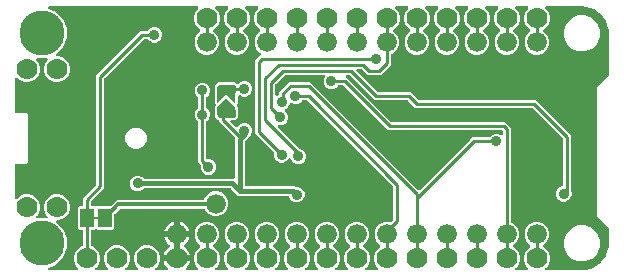
<source format=gbr>
G04 EAGLE Gerber RS-274X export*
G75*
%MOMM*%
%FSLAX34Y34*%
%LPD*%
%INBottom Copper*%
%IPPOS*%
%AMOC8*
5,1,8,0,0,1.08239X$1,22.5*%
G01*
%ADD10C,3.810000*%
%ADD11C,1.778000*%
%ADD12C,1.676400*%
%ADD13R,1.168400X1.600200*%
%ADD14R,0.635000X0.203200*%
%ADD15C,0.381000*%
%ADD16C,0.906400*%
%ADD17C,0.406400*%
%ADD18C,0.254000*%
%ADD19C,0.304800*%

G36*
X55285Y2558D02*
X55285Y2558D01*
X55424Y2571D01*
X55443Y2578D01*
X55464Y2581D01*
X55592Y2632D01*
X55724Y2679D01*
X55740Y2690D01*
X55759Y2698D01*
X55872Y2779D01*
X55987Y2857D01*
X56000Y2873D01*
X56017Y2884D01*
X56105Y2992D01*
X56197Y3096D01*
X56206Y3114D01*
X56219Y3129D01*
X56279Y3255D01*
X56342Y3379D01*
X56346Y3399D01*
X56355Y3417D01*
X56381Y3554D01*
X56411Y3689D01*
X56411Y3710D01*
X56415Y3729D01*
X56406Y3868D01*
X56402Y4007D01*
X56396Y4027D01*
X56395Y4047D01*
X56352Y4179D01*
X56313Y4313D01*
X56303Y4330D01*
X56297Y4349D01*
X56222Y4467D01*
X56152Y4587D01*
X56133Y4608D01*
X56127Y4618D01*
X56112Y4632D01*
X56045Y4707D01*
X54240Y6513D01*
X52577Y10527D01*
X52577Y14873D01*
X54240Y18887D01*
X57313Y21960D01*
X59414Y22830D01*
X59439Y22845D01*
X59467Y22854D01*
X59577Y22923D01*
X59690Y22988D01*
X59711Y23008D01*
X59736Y23024D01*
X59825Y23119D01*
X59918Y23209D01*
X59934Y23234D01*
X59954Y23256D01*
X60017Y23369D01*
X60085Y23480D01*
X60093Y23508D01*
X60108Y23534D01*
X60140Y23660D01*
X60178Y23784D01*
X60180Y23813D01*
X60187Y23842D01*
X60197Y24003D01*
X60197Y35687D01*
X60182Y35805D01*
X60175Y35924D01*
X60162Y35962D01*
X60157Y36003D01*
X60114Y36113D01*
X60077Y36226D01*
X60055Y36261D01*
X60040Y36298D01*
X59971Y36394D01*
X59907Y36495D01*
X59877Y36523D01*
X59854Y36556D01*
X59762Y36632D01*
X59675Y36713D01*
X59640Y36733D01*
X59609Y36758D01*
X59501Y36809D01*
X59397Y36867D01*
X59357Y36877D01*
X59321Y36894D01*
X59204Y36916D01*
X59089Y36946D01*
X59029Y36950D01*
X59009Y36954D01*
X58988Y36952D01*
X58928Y36956D01*
X56816Y36956D01*
X55625Y38147D01*
X55625Y55833D01*
X56816Y57024D01*
X58928Y57024D01*
X59046Y57039D01*
X59165Y57046D01*
X59203Y57059D01*
X59244Y57064D01*
X59354Y57107D01*
X59467Y57144D01*
X59502Y57166D01*
X59539Y57181D01*
X59635Y57250D01*
X59736Y57314D01*
X59764Y57344D01*
X59797Y57367D01*
X59873Y57459D01*
X59954Y57546D01*
X59974Y57581D01*
X59999Y57612D01*
X60050Y57720D01*
X60108Y57824D01*
X60118Y57864D01*
X60135Y57900D01*
X60157Y58017D01*
X60187Y58132D01*
X60191Y58192D01*
X60195Y58212D01*
X60193Y58233D01*
X60197Y58293D01*
X60197Y63598D01*
X71256Y74656D01*
X71316Y74735D01*
X71384Y74807D01*
X71413Y74860D01*
X71450Y74908D01*
X71490Y74999D01*
X71538Y75085D01*
X71553Y75144D01*
X71577Y75199D01*
X71592Y75297D01*
X71617Y75393D01*
X71623Y75493D01*
X71627Y75514D01*
X71625Y75526D01*
X71627Y75554D01*
X71627Y167738D01*
X109122Y205233D01*
X114143Y205233D01*
X114241Y205245D01*
X114340Y205248D01*
X114398Y205265D01*
X114459Y205273D01*
X114551Y205309D01*
X114646Y205337D01*
X114698Y205367D01*
X114754Y205390D01*
X114834Y205448D01*
X114920Y205498D01*
X114995Y205564D01*
X115012Y205576D01*
X115019Y205586D01*
X115041Y205604D01*
X116931Y207495D01*
X119344Y208495D01*
X121956Y208495D01*
X124369Y207495D01*
X126215Y205649D01*
X127215Y203236D01*
X127215Y200624D01*
X126215Y198211D01*
X124369Y196365D01*
X121956Y195365D01*
X119344Y195365D01*
X116931Y196365D01*
X115041Y198256D01*
X114962Y198316D01*
X114890Y198384D01*
X114837Y198413D01*
X114789Y198450D01*
X114698Y198490D01*
X114612Y198538D01*
X114553Y198553D01*
X114497Y198577D01*
X114399Y198592D01*
X114304Y198617D01*
X114204Y198623D01*
X114183Y198627D01*
X114171Y198625D01*
X114143Y198627D01*
X112384Y198627D01*
X112286Y198615D01*
X112187Y198612D01*
X112128Y198595D01*
X112068Y198587D01*
X111976Y198551D01*
X111881Y198523D01*
X111829Y198493D01*
X111773Y198470D01*
X111693Y198412D01*
X111607Y198362D01*
X111532Y198296D01*
X111515Y198284D01*
X111507Y198274D01*
X111486Y198256D01*
X78604Y165374D01*
X78544Y165295D01*
X78476Y165223D01*
X78447Y165170D01*
X78410Y165122D01*
X78370Y165031D01*
X78322Y164945D01*
X78307Y164886D01*
X78283Y164831D01*
X78268Y164733D01*
X78243Y164637D01*
X78237Y164537D01*
X78233Y164516D01*
X78235Y164504D01*
X78233Y164476D01*
X78233Y72292D01*
X67174Y61234D01*
X67114Y61155D01*
X67046Y61083D01*
X67017Y61030D01*
X66980Y60982D01*
X66940Y60891D01*
X66892Y60805D01*
X66877Y60746D01*
X66853Y60691D01*
X66838Y60593D01*
X66813Y60497D01*
X66807Y60397D01*
X66803Y60376D01*
X66805Y60364D01*
X66803Y60336D01*
X66803Y58293D01*
X66818Y58175D01*
X66825Y58056D01*
X66838Y58018D01*
X66843Y57977D01*
X66886Y57867D01*
X66923Y57754D01*
X66945Y57719D01*
X66960Y57682D01*
X67029Y57586D01*
X67093Y57485D01*
X67123Y57457D01*
X67146Y57424D01*
X67238Y57348D01*
X67325Y57267D01*
X67360Y57247D01*
X67391Y57222D01*
X67499Y57171D01*
X67603Y57113D01*
X67643Y57103D01*
X67679Y57086D01*
X67796Y57064D01*
X67911Y57034D01*
X67971Y57030D01*
X67991Y57026D01*
X68012Y57028D01*
X68072Y57024D01*
X70184Y57024D01*
X70223Y56985D01*
X70317Y56912D01*
X70406Y56833D01*
X70442Y56815D01*
X70474Y56790D01*
X70583Y56743D01*
X70689Y56689D01*
X70729Y56680D01*
X70766Y56664D01*
X70883Y56645D01*
X70999Y56619D01*
X71040Y56620D01*
X71080Y56614D01*
X71199Y56625D01*
X71317Y56629D01*
X71356Y56640D01*
X71396Y56644D01*
X71508Y56684D01*
X71623Y56717D01*
X71658Y56738D01*
X71696Y56751D01*
X71794Y56818D01*
X71897Y56879D01*
X71942Y56919D01*
X71959Y56930D01*
X71972Y56945D01*
X72018Y56985D01*
X72056Y57024D01*
X83218Y57024D01*
X83316Y57036D01*
X83415Y57039D01*
X83473Y57056D01*
X83534Y57064D01*
X83626Y57100D01*
X83721Y57128D01*
X83773Y57158D01*
X83829Y57181D01*
X83909Y57239D01*
X83995Y57289D01*
X84070Y57355D01*
X84087Y57367D01*
X84094Y57377D01*
X84116Y57395D01*
X88697Y61977D01*
X161809Y61977D01*
X161839Y61980D01*
X161868Y61978D01*
X161996Y62000D01*
X162125Y62017D01*
X162152Y62027D01*
X162181Y62032D01*
X162300Y62086D01*
X162421Y62134D01*
X162444Y62151D01*
X162471Y62163D01*
X162573Y62244D01*
X162678Y62320D01*
X162697Y62343D01*
X162720Y62362D01*
X162798Y62465D01*
X162881Y62565D01*
X162893Y62592D01*
X162911Y62616D01*
X162982Y62760D01*
X163891Y64954D01*
X166821Y67884D01*
X170648Y69470D01*
X174792Y69470D01*
X178619Y67884D01*
X181549Y64954D01*
X183135Y61127D01*
X183135Y56983D01*
X181549Y53156D01*
X178619Y50226D01*
X174792Y48640D01*
X170648Y48640D01*
X166821Y50226D01*
X163891Y53156D01*
X163508Y54080D01*
X163493Y54105D01*
X163484Y54133D01*
X163415Y54243D01*
X163350Y54356D01*
X163330Y54377D01*
X163314Y54402D01*
X163220Y54491D01*
X163129Y54584D01*
X163104Y54600D01*
X163082Y54620D01*
X162969Y54683D01*
X162858Y54751D01*
X162830Y54759D01*
X162804Y54774D01*
X162678Y54806D01*
X162554Y54844D01*
X162525Y54846D01*
X162496Y54853D01*
X162335Y54863D01*
X92169Y54863D01*
X92071Y54851D01*
X91972Y54848D01*
X91914Y54831D01*
X91853Y54823D01*
X91761Y54787D01*
X91666Y54759D01*
X91614Y54729D01*
X91558Y54706D01*
X91478Y54648D01*
X91392Y54598D01*
X91317Y54532D01*
X91300Y54520D01*
X91293Y54510D01*
X91271Y54492D01*
X86986Y50207D01*
X86926Y50128D01*
X86858Y50056D01*
X86829Y50003D01*
X86792Y49955D01*
X86752Y49864D01*
X86704Y49778D01*
X86689Y49719D01*
X86665Y49663D01*
X86650Y49565D01*
X86625Y49470D01*
X86619Y49370D01*
X86615Y49349D01*
X86617Y49337D01*
X86615Y49309D01*
X86615Y38147D01*
X85424Y36956D01*
X72056Y36956D01*
X72018Y36995D01*
X71923Y37068D01*
X71834Y37147D01*
X71798Y37165D01*
X71766Y37190D01*
X71657Y37237D01*
X71551Y37291D01*
X71511Y37300D01*
X71474Y37316D01*
X71357Y37335D01*
X71241Y37361D01*
X71200Y37360D01*
X71160Y37366D01*
X71042Y37355D01*
X70923Y37351D01*
X70884Y37340D01*
X70844Y37336D01*
X70731Y37296D01*
X70617Y37263D01*
X70583Y37242D01*
X70544Y37229D01*
X70446Y37162D01*
X70343Y37101D01*
X70298Y37061D01*
X70281Y37050D01*
X70268Y37035D01*
X70223Y36995D01*
X70184Y36956D01*
X68072Y36956D01*
X67954Y36941D01*
X67835Y36934D01*
X67797Y36921D01*
X67756Y36916D01*
X67646Y36873D01*
X67533Y36836D01*
X67498Y36814D01*
X67461Y36799D01*
X67365Y36730D01*
X67264Y36666D01*
X67236Y36636D01*
X67203Y36613D01*
X67127Y36521D01*
X67046Y36434D01*
X67026Y36399D01*
X67001Y36368D01*
X66950Y36260D01*
X66892Y36156D01*
X66882Y36116D01*
X66865Y36080D01*
X66843Y35963D01*
X66813Y35848D01*
X66809Y35788D01*
X66805Y35768D01*
X66807Y35747D01*
X66803Y35687D01*
X66803Y24003D01*
X66806Y23973D01*
X66804Y23944D01*
X66826Y23816D01*
X66843Y23687D01*
X66853Y23660D01*
X66858Y23631D01*
X66912Y23512D01*
X66960Y23391D01*
X66977Y23368D01*
X66989Y23341D01*
X67070Y23239D01*
X67146Y23134D01*
X67169Y23115D01*
X67188Y23092D01*
X67291Y23014D01*
X67391Y22931D01*
X67418Y22919D01*
X67442Y22901D01*
X67586Y22830D01*
X69687Y21960D01*
X72760Y18887D01*
X74423Y14873D01*
X74423Y10527D01*
X72760Y6513D01*
X70955Y4707D01*
X70869Y4598D01*
X70781Y4491D01*
X70772Y4472D01*
X70760Y4456D01*
X70704Y4328D01*
X70645Y4203D01*
X70641Y4183D01*
X70633Y4164D01*
X70611Y4026D01*
X70585Y3890D01*
X70587Y3870D01*
X70583Y3850D01*
X70596Y3711D01*
X70605Y3573D01*
X70611Y3554D01*
X70613Y3534D01*
X70660Y3402D01*
X70703Y3271D01*
X70714Y3253D01*
X70721Y3234D01*
X70799Y3119D01*
X70873Y3002D01*
X70888Y2988D01*
X70899Y2971D01*
X71004Y2879D01*
X71105Y2784D01*
X71123Y2774D01*
X71138Y2761D01*
X71262Y2697D01*
X71383Y2630D01*
X71403Y2625D01*
X71421Y2616D01*
X71557Y2586D01*
X71691Y2551D01*
X71719Y2549D01*
X71731Y2546D01*
X71752Y2547D01*
X71852Y2541D01*
X80548Y2541D01*
X80685Y2558D01*
X80824Y2571D01*
X80843Y2578D01*
X80864Y2581D01*
X80992Y2632D01*
X81124Y2679D01*
X81140Y2690D01*
X81159Y2698D01*
X81272Y2779D01*
X81387Y2857D01*
X81400Y2873D01*
X81417Y2884D01*
X81505Y2992D01*
X81597Y3096D01*
X81606Y3114D01*
X81619Y3129D01*
X81679Y3255D01*
X81742Y3379D01*
X81746Y3399D01*
X81755Y3417D01*
X81781Y3554D01*
X81811Y3689D01*
X81811Y3710D01*
X81815Y3729D01*
X81806Y3868D01*
X81802Y4007D01*
X81796Y4027D01*
X81795Y4047D01*
X81752Y4179D01*
X81713Y4313D01*
X81703Y4330D01*
X81697Y4349D01*
X81622Y4467D01*
X81552Y4587D01*
X81533Y4608D01*
X81527Y4618D01*
X81512Y4632D01*
X81445Y4707D01*
X79640Y6513D01*
X77977Y10527D01*
X77977Y14873D01*
X79640Y18887D01*
X82713Y21960D01*
X86727Y23623D01*
X91073Y23623D01*
X95087Y21960D01*
X98160Y18887D01*
X99823Y14873D01*
X99823Y10527D01*
X98160Y6513D01*
X96355Y4707D01*
X96269Y4598D01*
X96181Y4491D01*
X96172Y4472D01*
X96160Y4456D01*
X96104Y4328D01*
X96045Y4203D01*
X96041Y4183D01*
X96033Y4164D01*
X96011Y4026D01*
X95985Y3890D01*
X95987Y3870D01*
X95983Y3850D01*
X95996Y3711D01*
X96005Y3573D01*
X96011Y3554D01*
X96013Y3534D01*
X96060Y3402D01*
X96103Y3271D01*
X96114Y3253D01*
X96121Y3234D01*
X96199Y3119D01*
X96273Y3002D01*
X96288Y2988D01*
X96299Y2971D01*
X96404Y2879D01*
X96505Y2784D01*
X96523Y2774D01*
X96538Y2761D01*
X96662Y2697D01*
X96783Y2630D01*
X96803Y2625D01*
X96821Y2616D01*
X96957Y2586D01*
X97091Y2551D01*
X97119Y2549D01*
X97131Y2546D01*
X97152Y2547D01*
X97252Y2541D01*
X105948Y2541D01*
X106085Y2558D01*
X106224Y2571D01*
X106243Y2578D01*
X106264Y2581D01*
X106392Y2632D01*
X106524Y2679D01*
X106540Y2690D01*
X106559Y2698D01*
X106672Y2779D01*
X106787Y2857D01*
X106800Y2873D01*
X106817Y2884D01*
X106905Y2992D01*
X106997Y3096D01*
X107006Y3114D01*
X107019Y3129D01*
X107079Y3255D01*
X107142Y3379D01*
X107146Y3399D01*
X107155Y3417D01*
X107181Y3554D01*
X107211Y3689D01*
X107211Y3710D01*
X107215Y3729D01*
X107206Y3868D01*
X107202Y4007D01*
X107196Y4027D01*
X107195Y4047D01*
X107152Y4179D01*
X107113Y4313D01*
X107103Y4330D01*
X107097Y4349D01*
X107022Y4467D01*
X106952Y4587D01*
X106933Y4608D01*
X106927Y4618D01*
X106912Y4632D01*
X106845Y4707D01*
X105040Y6513D01*
X103377Y10527D01*
X103377Y14873D01*
X105040Y18887D01*
X108113Y21960D01*
X112127Y23623D01*
X116473Y23623D01*
X120487Y21960D01*
X123560Y18887D01*
X125223Y14873D01*
X125223Y10527D01*
X123560Y6513D01*
X121755Y4707D01*
X121669Y4598D01*
X121581Y4491D01*
X121572Y4472D01*
X121560Y4456D01*
X121504Y4328D01*
X121445Y4203D01*
X121441Y4183D01*
X121433Y4164D01*
X121411Y4026D01*
X121385Y3890D01*
X121387Y3870D01*
X121383Y3850D01*
X121396Y3711D01*
X121405Y3573D01*
X121411Y3554D01*
X121413Y3534D01*
X121460Y3402D01*
X121503Y3271D01*
X121514Y3253D01*
X121521Y3234D01*
X121599Y3119D01*
X121673Y3002D01*
X121688Y2988D01*
X121699Y2971D01*
X121804Y2879D01*
X121905Y2784D01*
X121923Y2774D01*
X121938Y2761D01*
X122062Y2697D01*
X122183Y2630D01*
X122203Y2625D01*
X122221Y2616D01*
X122357Y2586D01*
X122491Y2551D01*
X122519Y2549D01*
X122531Y2546D01*
X122552Y2547D01*
X122652Y2541D01*
X130630Y2541D01*
X130768Y2558D01*
X130906Y2571D01*
X130925Y2578D01*
X130945Y2581D01*
X131075Y2632D01*
X131205Y2679D01*
X131222Y2690D01*
X131241Y2698D01*
X131353Y2779D01*
X131468Y2857D01*
X131482Y2873D01*
X131498Y2884D01*
X131587Y2992D01*
X131679Y3096D01*
X131688Y3114D01*
X131701Y3129D01*
X131760Y3255D01*
X131823Y3379D01*
X131828Y3399D01*
X131836Y3417D01*
X131862Y3553D01*
X131893Y3689D01*
X131892Y3710D01*
X131896Y3729D01*
X131888Y3868D01*
X131883Y4007D01*
X131878Y4027D01*
X131876Y4047D01*
X131834Y4179D01*
X131795Y4313D01*
X131785Y4330D01*
X131778Y4349D01*
X131704Y4467D01*
X131633Y4587D01*
X131615Y4608D01*
X131608Y4618D01*
X131593Y4632D01*
X131527Y4708D01*
X130981Y5253D01*
X129923Y6709D01*
X129107Y8312D01*
X128551Y10023D01*
X128523Y10201D01*
X138470Y10201D01*
X138588Y10216D01*
X138707Y10223D01*
X138745Y10235D01*
X138785Y10241D01*
X138896Y10284D01*
X139009Y10321D01*
X139043Y10343D01*
X139081Y10358D01*
X139177Y10427D01*
X139278Y10491D01*
X139306Y10521D01*
X139338Y10544D01*
X139414Y10636D01*
X139496Y10723D01*
X139515Y10758D01*
X139541Y10789D01*
X139592Y10897D01*
X139649Y11001D01*
X139659Y11041D01*
X139677Y11077D01*
X139697Y11184D01*
X139701Y11154D01*
X139745Y11044D01*
X139781Y10931D01*
X139803Y10896D01*
X139818Y10859D01*
X139888Y10762D01*
X139951Y10662D01*
X139981Y10634D01*
X140005Y10601D01*
X140096Y10525D01*
X140183Y10444D01*
X140218Y10424D01*
X140250Y10399D01*
X140357Y10348D01*
X140462Y10290D01*
X140501Y10280D01*
X140537Y10263D01*
X140654Y10241D01*
X140770Y10211D01*
X140830Y10207D01*
X140850Y10203D01*
X140870Y10205D01*
X140930Y10201D01*
X150877Y10201D01*
X150849Y10023D01*
X150293Y8312D01*
X149477Y6709D01*
X148419Y5253D01*
X147873Y4708D01*
X147788Y4598D01*
X147699Y4491D01*
X147690Y4472D01*
X147678Y4456D01*
X147623Y4328D01*
X147564Y4203D01*
X147560Y4183D01*
X147552Y4164D01*
X147530Y4026D01*
X147504Y3890D01*
X147505Y3870D01*
X147502Y3850D01*
X147515Y3711D01*
X147524Y3573D01*
X147530Y3554D01*
X147532Y3534D01*
X147579Y3403D01*
X147622Y3271D01*
X147632Y3253D01*
X147639Y3234D01*
X147717Y3120D01*
X147792Y3002D01*
X147806Y2988D01*
X147818Y2971D01*
X147922Y2879D01*
X148023Y2784D01*
X148041Y2774D01*
X148056Y2761D01*
X148180Y2698D01*
X148302Y2630D01*
X148321Y2625D01*
X148339Y2616D01*
X148475Y2586D01*
X148610Y2551D01*
X148638Y2549D01*
X148650Y2546D01*
X148670Y2547D01*
X148770Y2541D01*
X156748Y2541D01*
X156885Y2558D01*
X157024Y2571D01*
X157043Y2578D01*
X157064Y2581D01*
X157192Y2632D01*
X157324Y2679D01*
X157340Y2690D01*
X157359Y2698D01*
X157472Y2779D01*
X157587Y2857D01*
X157600Y2873D01*
X157617Y2884D01*
X157705Y2992D01*
X157797Y3096D01*
X157806Y3114D01*
X157819Y3129D01*
X157879Y3255D01*
X157942Y3379D01*
X157946Y3399D01*
X157955Y3417D01*
X157981Y3554D01*
X158011Y3689D01*
X158011Y3710D01*
X158015Y3729D01*
X158006Y3868D01*
X158002Y4007D01*
X157996Y4027D01*
X157995Y4047D01*
X157952Y4179D01*
X157913Y4313D01*
X157903Y4330D01*
X157897Y4349D01*
X157822Y4467D01*
X157752Y4587D01*
X157733Y4608D01*
X157727Y4618D01*
X157712Y4632D01*
X157645Y4707D01*
X155840Y6513D01*
X154177Y10527D01*
X154177Y14873D01*
X155840Y18887D01*
X158913Y21960D01*
X158939Y21971D01*
X158982Y21995D01*
X159029Y22012D01*
X159120Y22074D01*
X159215Y22128D01*
X159251Y22163D01*
X159292Y22191D01*
X159365Y22273D01*
X159443Y22349D01*
X159469Y22392D01*
X159502Y22429D01*
X159552Y22527D01*
X159610Y22621D01*
X159624Y22668D01*
X159647Y22712D01*
X159671Y22819D01*
X159703Y22924D01*
X159706Y22974D01*
X159717Y23023D01*
X159713Y23132D01*
X159719Y23242D01*
X159708Y23291D01*
X159707Y23340D01*
X159676Y23446D01*
X159654Y23554D01*
X159632Y23598D01*
X159619Y23646D01*
X159563Y23741D01*
X159514Y23839D01*
X159482Y23877D01*
X159457Y23920D01*
X159351Y24041D01*
X156271Y27121D01*
X154685Y30948D01*
X154685Y35092D01*
X156271Y38919D01*
X159201Y41849D01*
X163028Y43435D01*
X167172Y43435D01*
X170999Y41849D01*
X173929Y38919D01*
X175515Y35092D01*
X175515Y30948D01*
X173929Y27121D01*
X170849Y24041D01*
X170819Y24001D01*
X170782Y23968D01*
X170722Y23876D01*
X170654Y23789D01*
X170635Y23744D01*
X170607Y23702D01*
X170572Y23599D01*
X170528Y23498D01*
X170520Y23448D01*
X170504Y23402D01*
X170496Y23292D01*
X170478Y23184D01*
X170483Y23134D01*
X170479Y23085D01*
X170498Y22977D01*
X170508Y22867D01*
X170525Y22820D01*
X170533Y22771D01*
X170579Y22671D01*
X170616Y22568D01*
X170644Y22527D01*
X170664Y22481D01*
X170733Y22395D01*
X170794Y22305D01*
X170831Y22272D01*
X170863Y22233D01*
X170950Y22167D01*
X171033Y22094D01*
X171077Y22071D01*
X171117Y22042D01*
X171261Y21971D01*
X171287Y21960D01*
X174360Y18887D01*
X176023Y14873D01*
X176023Y10527D01*
X174360Y6513D01*
X172555Y4707D01*
X172469Y4598D01*
X172381Y4491D01*
X172372Y4472D01*
X172360Y4456D01*
X172304Y4328D01*
X172245Y4203D01*
X172241Y4183D01*
X172233Y4164D01*
X172211Y4026D01*
X172185Y3890D01*
X172187Y3870D01*
X172183Y3850D01*
X172196Y3711D01*
X172205Y3573D01*
X172211Y3554D01*
X172213Y3534D01*
X172260Y3402D01*
X172303Y3271D01*
X172314Y3253D01*
X172321Y3234D01*
X172399Y3119D01*
X172473Y3002D01*
X172488Y2988D01*
X172499Y2971D01*
X172604Y2879D01*
X172705Y2784D01*
X172723Y2774D01*
X172738Y2761D01*
X172862Y2697D01*
X172983Y2630D01*
X173003Y2625D01*
X173021Y2616D01*
X173157Y2586D01*
X173291Y2551D01*
X173319Y2549D01*
X173331Y2546D01*
X173352Y2547D01*
X173452Y2541D01*
X182148Y2541D01*
X182285Y2558D01*
X182424Y2571D01*
X182443Y2578D01*
X182464Y2581D01*
X182592Y2632D01*
X182724Y2679D01*
X182740Y2690D01*
X182759Y2698D01*
X182872Y2779D01*
X182987Y2857D01*
X183000Y2873D01*
X183017Y2884D01*
X183105Y2992D01*
X183197Y3096D01*
X183206Y3114D01*
X183219Y3129D01*
X183279Y3255D01*
X183342Y3379D01*
X183346Y3399D01*
X183355Y3417D01*
X183381Y3554D01*
X183411Y3689D01*
X183411Y3710D01*
X183415Y3729D01*
X183406Y3868D01*
X183402Y4007D01*
X183396Y4027D01*
X183395Y4047D01*
X183352Y4179D01*
X183313Y4313D01*
X183303Y4330D01*
X183297Y4349D01*
X183222Y4467D01*
X183152Y4587D01*
X183133Y4608D01*
X183127Y4618D01*
X183112Y4632D01*
X183045Y4707D01*
X181240Y6513D01*
X179577Y10527D01*
X179577Y14873D01*
X181240Y18887D01*
X184313Y21960D01*
X184339Y21971D01*
X184382Y21995D01*
X184429Y22012D01*
X184520Y22074D01*
X184615Y22128D01*
X184651Y22163D01*
X184692Y22191D01*
X184765Y22273D01*
X184843Y22349D01*
X184869Y22392D01*
X184902Y22429D01*
X184952Y22527D01*
X185010Y22621D01*
X185024Y22668D01*
X185047Y22712D01*
X185071Y22819D01*
X185103Y22924D01*
X185106Y22974D01*
X185117Y23023D01*
X185113Y23132D01*
X185119Y23242D01*
X185108Y23291D01*
X185107Y23340D01*
X185076Y23446D01*
X185054Y23554D01*
X185032Y23598D01*
X185019Y23646D01*
X184963Y23741D01*
X184914Y23839D01*
X184882Y23877D01*
X184857Y23920D01*
X184751Y24041D01*
X181671Y27121D01*
X180085Y30948D01*
X180085Y35092D01*
X181671Y38919D01*
X184601Y41849D01*
X188428Y43435D01*
X192572Y43435D01*
X196399Y41849D01*
X199329Y38919D01*
X200915Y35092D01*
X200915Y30948D01*
X199329Y27121D01*
X196249Y24041D01*
X196219Y24001D01*
X196182Y23968D01*
X196122Y23876D01*
X196054Y23789D01*
X196035Y23744D01*
X196007Y23702D01*
X195972Y23599D01*
X195928Y23498D01*
X195920Y23448D01*
X195904Y23402D01*
X195896Y23292D01*
X195878Y23184D01*
X195883Y23134D01*
X195879Y23085D01*
X195898Y22977D01*
X195908Y22867D01*
X195925Y22820D01*
X195933Y22771D01*
X195979Y22671D01*
X196016Y22568D01*
X196044Y22527D01*
X196064Y22481D01*
X196133Y22395D01*
X196194Y22305D01*
X196231Y22272D01*
X196263Y22233D01*
X196350Y22167D01*
X196433Y22094D01*
X196477Y22071D01*
X196517Y22042D01*
X196661Y21971D01*
X196687Y21960D01*
X199760Y18887D01*
X201423Y14873D01*
X201423Y10527D01*
X199760Y6513D01*
X197955Y4707D01*
X197869Y4598D01*
X197781Y4491D01*
X197772Y4472D01*
X197760Y4456D01*
X197704Y4328D01*
X197645Y4203D01*
X197641Y4183D01*
X197633Y4164D01*
X197611Y4026D01*
X197585Y3890D01*
X197587Y3870D01*
X197583Y3850D01*
X197596Y3711D01*
X197605Y3573D01*
X197611Y3554D01*
X197613Y3534D01*
X197660Y3402D01*
X197703Y3271D01*
X197714Y3253D01*
X197721Y3234D01*
X197799Y3119D01*
X197873Y3002D01*
X197888Y2988D01*
X197899Y2971D01*
X198004Y2879D01*
X198105Y2784D01*
X198123Y2774D01*
X198138Y2761D01*
X198262Y2697D01*
X198383Y2630D01*
X198403Y2625D01*
X198421Y2616D01*
X198557Y2586D01*
X198691Y2551D01*
X198719Y2549D01*
X198731Y2546D01*
X198752Y2547D01*
X198852Y2541D01*
X207548Y2541D01*
X207685Y2558D01*
X207824Y2571D01*
X207843Y2578D01*
X207864Y2581D01*
X207992Y2632D01*
X208124Y2679D01*
X208140Y2690D01*
X208159Y2698D01*
X208272Y2779D01*
X208387Y2857D01*
X208400Y2873D01*
X208417Y2884D01*
X208505Y2992D01*
X208597Y3096D01*
X208606Y3114D01*
X208619Y3129D01*
X208679Y3255D01*
X208742Y3379D01*
X208746Y3399D01*
X208755Y3417D01*
X208781Y3554D01*
X208811Y3689D01*
X208811Y3710D01*
X208815Y3729D01*
X208806Y3868D01*
X208802Y4007D01*
X208796Y4027D01*
X208795Y4047D01*
X208752Y4179D01*
X208713Y4313D01*
X208703Y4330D01*
X208697Y4349D01*
X208622Y4467D01*
X208552Y4587D01*
X208533Y4608D01*
X208527Y4618D01*
X208512Y4632D01*
X208445Y4707D01*
X206640Y6513D01*
X204977Y10527D01*
X204977Y14873D01*
X206640Y18887D01*
X209713Y21960D01*
X209739Y21971D01*
X209782Y21995D01*
X209829Y22012D01*
X209920Y22074D01*
X210015Y22128D01*
X210051Y22163D01*
X210092Y22191D01*
X210165Y22273D01*
X210243Y22349D01*
X210269Y22392D01*
X210302Y22429D01*
X210352Y22527D01*
X210410Y22621D01*
X210424Y22668D01*
X210447Y22712D01*
X210471Y22819D01*
X210503Y22924D01*
X210506Y22974D01*
X210517Y23023D01*
X210513Y23132D01*
X210519Y23242D01*
X210508Y23291D01*
X210507Y23340D01*
X210476Y23446D01*
X210454Y23554D01*
X210432Y23598D01*
X210419Y23646D01*
X210363Y23741D01*
X210314Y23839D01*
X210282Y23877D01*
X210257Y23920D01*
X210151Y24041D01*
X207071Y27121D01*
X205485Y30948D01*
X205485Y35092D01*
X207071Y38919D01*
X210001Y41849D01*
X213828Y43435D01*
X217972Y43435D01*
X221799Y41849D01*
X224729Y38919D01*
X226315Y35092D01*
X226315Y30948D01*
X224729Y27121D01*
X221649Y24041D01*
X221619Y24001D01*
X221582Y23968D01*
X221522Y23876D01*
X221454Y23789D01*
X221435Y23744D01*
X221407Y23702D01*
X221372Y23599D01*
X221328Y23498D01*
X221320Y23448D01*
X221304Y23402D01*
X221296Y23292D01*
X221278Y23184D01*
X221283Y23134D01*
X221279Y23085D01*
X221298Y22977D01*
X221308Y22867D01*
X221325Y22820D01*
X221333Y22771D01*
X221379Y22671D01*
X221416Y22568D01*
X221444Y22527D01*
X221464Y22481D01*
X221533Y22395D01*
X221594Y22305D01*
X221631Y22272D01*
X221663Y22233D01*
X221750Y22167D01*
X221833Y22094D01*
X221877Y22071D01*
X221917Y22042D01*
X222061Y21971D01*
X222087Y21960D01*
X225160Y18887D01*
X226823Y14873D01*
X226823Y10527D01*
X225160Y6513D01*
X223355Y4707D01*
X223269Y4598D01*
X223181Y4491D01*
X223172Y4472D01*
X223160Y4456D01*
X223104Y4328D01*
X223045Y4203D01*
X223041Y4183D01*
X223033Y4164D01*
X223011Y4026D01*
X222985Y3890D01*
X222987Y3870D01*
X222983Y3850D01*
X222996Y3711D01*
X223005Y3573D01*
X223011Y3554D01*
X223013Y3534D01*
X223060Y3402D01*
X223103Y3271D01*
X223114Y3253D01*
X223121Y3234D01*
X223199Y3119D01*
X223273Y3002D01*
X223288Y2988D01*
X223299Y2971D01*
X223404Y2879D01*
X223505Y2784D01*
X223523Y2774D01*
X223538Y2761D01*
X223662Y2697D01*
X223783Y2630D01*
X223803Y2625D01*
X223821Y2616D01*
X223957Y2586D01*
X224091Y2551D01*
X224119Y2549D01*
X224131Y2546D01*
X224152Y2547D01*
X224252Y2541D01*
X232948Y2541D01*
X233085Y2558D01*
X233224Y2571D01*
X233243Y2578D01*
X233264Y2581D01*
X233392Y2632D01*
X233524Y2679D01*
X233540Y2690D01*
X233559Y2698D01*
X233672Y2779D01*
X233787Y2857D01*
X233800Y2873D01*
X233817Y2884D01*
X233905Y2992D01*
X233997Y3096D01*
X234006Y3114D01*
X234019Y3129D01*
X234079Y3255D01*
X234142Y3379D01*
X234146Y3399D01*
X234155Y3417D01*
X234181Y3554D01*
X234211Y3689D01*
X234211Y3710D01*
X234215Y3729D01*
X234206Y3868D01*
X234202Y4007D01*
X234196Y4027D01*
X234195Y4047D01*
X234152Y4179D01*
X234113Y4313D01*
X234103Y4330D01*
X234097Y4349D01*
X234022Y4467D01*
X233952Y4587D01*
X233933Y4608D01*
X233927Y4618D01*
X233912Y4632D01*
X233845Y4707D01*
X232040Y6513D01*
X230377Y10527D01*
X230377Y14873D01*
X232040Y18887D01*
X235113Y21960D01*
X235139Y21971D01*
X235182Y21995D01*
X235229Y22012D01*
X235320Y22074D01*
X235415Y22128D01*
X235451Y22163D01*
X235492Y22191D01*
X235565Y22273D01*
X235643Y22349D01*
X235669Y22392D01*
X235702Y22429D01*
X235752Y22527D01*
X235810Y22621D01*
X235824Y22668D01*
X235847Y22712D01*
X235871Y22819D01*
X235903Y22924D01*
X235906Y22974D01*
X235917Y23023D01*
X235913Y23132D01*
X235919Y23242D01*
X235908Y23291D01*
X235907Y23340D01*
X235876Y23446D01*
X235854Y23554D01*
X235832Y23598D01*
X235819Y23646D01*
X235763Y23741D01*
X235714Y23839D01*
X235682Y23877D01*
X235657Y23920D01*
X235551Y24041D01*
X232471Y27121D01*
X230885Y30948D01*
X230885Y35092D01*
X232471Y38919D01*
X235401Y41849D01*
X239228Y43435D01*
X243372Y43435D01*
X247199Y41849D01*
X250129Y38919D01*
X251715Y35092D01*
X251715Y30948D01*
X250129Y27121D01*
X247049Y24041D01*
X247019Y24001D01*
X246982Y23968D01*
X246922Y23876D01*
X246854Y23789D01*
X246835Y23744D01*
X246807Y23702D01*
X246772Y23599D01*
X246728Y23498D01*
X246720Y23448D01*
X246704Y23402D01*
X246696Y23292D01*
X246678Y23184D01*
X246683Y23134D01*
X246679Y23085D01*
X246698Y22977D01*
X246708Y22867D01*
X246725Y22820D01*
X246733Y22771D01*
X246779Y22671D01*
X246816Y22568D01*
X246844Y22527D01*
X246864Y22481D01*
X246933Y22395D01*
X246994Y22305D01*
X247031Y22272D01*
X247063Y22233D01*
X247150Y22167D01*
X247233Y22094D01*
X247277Y22071D01*
X247317Y22042D01*
X247461Y21971D01*
X247487Y21960D01*
X250560Y18887D01*
X252223Y14873D01*
X252223Y10527D01*
X250560Y6513D01*
X248755Y4707D01*
X248669Y4598D01*
X248581Y4491D01*
X248572Y4472D01*
X248560Y4456D01*
X248504Y4328D01*
X248445Y4203D01*
X248441Y4183D01*
X248433Y4164D01*
X248411Y4026D01*
X248385Y3890D01*
X248387Y3870D01*
X248383Y3850D01*
X248396Y3711D01*
X248405Y3573D01*
X248411Y3554D01*
X248413Y3534D01*
X248460Y3402D01*
X248503Y3271D01*
X248514Y3253D01*
X248521Y3234D01*
X248599Y3119D01*
X248673Y3002D01*
X248688Y2988D01*
X248699Y2971D01*
X248804Y2879D01*
X248905Y2784D01*
X248923Y2774D01*
X248938Y2761D01*
X249062Y2697D01*
X249183Y2630D01*
X249203Y2625D01*
X249221Y2616D01*
X249357Y2586D01*
X249491Y2551D01*
X249519Y2549D01*
X249531Y2546D01*
X249552Y2547D01*
X249652Y2541D01*
X258348Y2541D01*
X258485Y2558D01*
X258624Y2571D01*
X258643Y2578D01*
X258664Y2581D01*
X258792Y2632D01*
X258924Y2679D01*
X258940Y2690D01*
X258959Y2698D01*
X259072Y2779D01*
X259187Y2857D01*
X259200Y2873D01*
X259217Y2884D01*
X259305Y2992D01*
X259397Y3096D01*
X259406Y3114D01*
X259419Y3129D01*
X259479Y3255D01*
X259542Y3379D01*
X259546Y3399D01*
X259555Y3417D01*
X259581Y3554D01*
X259611Y3689D01*
X259611Y3710D01*
X259615Y3729D01*
X259606Y3868D01*
X259602Y4007D01*
X259596Y4027D01*
X259595Y4047D01*
X259552Y4179D01*
X259513Y4313D01*
X259503Y4330D01*
X259497Y4349D01*
X259422Y4467D01*
X259352Y4587D01*
X259333Y4608D01*
X259327Y4618D01*
X259312Y4632D01*
X259245Y4707D01*
X257440Y6513D01*
X255777Y10527D01*
X255777Y14873D01*
X257440Y18887D01*
X260513Y21960D01*
X260539Y21971D01*
X260582Y21995D01*
X260629Y22012D01*
X260720Y22074D01*
X260815Y22128D01*
X260851Y22163D01*
X260892Y22191D01*
X260965Y22273D01*
X261043Y22349D01*
X261069Y22392D01*
X261102Y22429D01*
X261152Y22527D01*
X261210Y22621D01*
X261224Y22668D01*
X261247Y22712D01*
X261271Y22819D01*
X261303Y22924D01*
X261306Y22974D01*
X261317Y23023D01*
X261313Y23132D01*
X261319Y23242D01*
X261308Y23291D01*
X261307Y23340D01*
X261276Y23446D01*
X261254Y23554D01*
X261232Y23598D01*
X261219Y23646D01*
X261163Y23741D01*
X261114Y23839D01*
X261082Y23877D01*
X261057Y23920D01*
X260951Y24041D01*
X257871Y27121D01*
X256285Y30948D01*
X256285Y35092D01*
X257871Y38919D01*
X260801Y41849D01*
X264628Y43435D01*
X268772Y43435D01*
X272599Y41849D01*
X275529Y38919D01*
X277115Y35092D01*
X277115Y30948D01*
X275529Y27121D01*
X272449Y24041D01*
X272419Y24001D01*
X272382Y23968D01*
X272322Y23876D01*
X272254Y23789D01*
X272235Y23744D01*
X272207Y23702D01*
X272172Y23599D01*
X272128Y23498D01*
X272120Y23448D01*
X272104Y23402D01*
X272096Y23292D01*
X272078Y23184D01*
X272083Y23134D01*
X272079Y23085D01*
X272098Y22977D01*
X272108Y22867D01*
X272125Y22820D01*
X272133Y22771D01*
X272179Y22671D01*
X272216Y22568D01*
X272244Y22527D01*
X272264Y22481D01*
X272333Y22395D01*
X272394Y22305D01*
X272431Y22272D01*
X272463Y22233D01*
X272550Y22167D01*
X272633Y22094D01*
X272677Y22071D01*
X272717Y22042D01*
X272861Y21971D01*
X272887Y21960D01*
X275960Y18887D01*
X277623Y14873D01*
X277623Y10527D01*
X275960Y6513D01*
X274155Y4707D01*
X274069Y4598D01*
X273981Y4491D01*
X273972Y4472D01*
X273960Y4456D01*
X273904Y4328D01*
X273845Y4203D01*
X273841Y4183D01*
X273833Y4164D01*
X273811Y4026D01*
X273785Y3890D01*
X273787Y3870D01*
X273783Y3850D01*
X273796Y3711D01*
X273805Y3573D01*
X273811Y3554D01*
X273813Y3534D01*
X273860Y3402D01*
X273903Y3271D01*
X273914Y3253D01*
X273921Y3234D01*
X273999Y3119D01*
X274073Y3002D01*
X274088Y2988D01*
X274099Y2971D01*
X274204Y2879D01*
X274305Y2784D01*
X274323Y2774D01*
X274338Y2761D01*
X274462Y2697D01*
X274583Y2630D01*
X274603Y2625D01*
X274621Y2616D01*
X274757Y2586D01*
X274891Y2551D01*
X274919Y2549D01*
X274931Y2546D01*
X274952Y2547D01*
X275052Y2541D01*
X283748Y2541D01*
X283885Y2558D01*
X284024Y2571D01*
X284043Y2578D01*
X284064Y2581D01*
X284192Y2632D01*
X284324Y2679D01*
X284340Y2690D01*
X284359Y2698D01*
X284472Y2779D01*
X284587Y2857D01*
X284600Y2873D01*
X284617Y2884D01*
X284705Y2992D01*
X284797Y3096D01*
X284806Y3114D01*
X284819Y3129D01*
X284879Y3255D01*
X284942Y3379D01*
X284946Y3399D01*
X284955Y3417D01*
X284981Y3554D01*
X285011Y3689D01*
X285011Y3710D01*
X285015Y3729D01*
X285006Y3868D01*
X285002Y4007D01*
X284996Y4027D01*
X284995Y4047D01*
X284952Y4179D01*
X284913Y4313D01*
X284903Y4330D01*
X284897Y4349D01*
X284822Y4467D01*
X284752Y4587D01*
X284733Y4608D01*
X284727Y4618D01*
X284712Y4632D01*
X284645Y4707D01*
X282840Y6513D01*
X281177Y10527D01*
X281177Y14873D01*
X282840Y18887D01*
X285913Y21960D01*
X285939Y21971D01*
X285982Y21995D01*
X286029Y22012D01*
X286120Y22074D01*
X286215Y22128D01*
X286251Y22163D01*
X286292Y22191D01*
X286365Y22273D01*
X286443Y22349D01*
X286469Y22392D01*
X286502Y22429D01*
X286552Y22527D01*
X286610Y22621D01*
X286624Y22668D01*
X286647Y22712D01*
X286671Y22819D01*
X286703Y22924D01*
X286706Y22974D01*
X286717Y23023D01*
X286713Y23132D01*
X286719Y23242D01*
X286708Y23291D01*
X286707Y23340D01*
X286676Y23446D01*
X286654Y23554D01*
X286632Y23598D01*
X286619Y23646D01*
X286563Y23741D01*
X286514Y23839D01*
X286482Y23877D01*
X286457Y23920D01*
X286351Y24041D01*
X283271Y27121D01*
X281685Y30948D01*
X281685Y35092D01*
X283271Y38919D01*
X286201Y41849D01*
X290028Y43435D01*
X294172Y43435D01*
X297999Y41849D01*
X300929Y38919D01*
X302515Y35092D01*
X302515Y30948D01*
X300929Y27121D01*
X297849Y24041D01*
X297819Y24001D01*
X297782Y23968D01*
X297722Y23876D01*
X297654Y23789D01*
X297635Y23744D01*
X297607Y23702D01*
X297572Y23599D01*
X297528Y23498D01*
X297520Y23448D01*
X297504Y23402D01*
X297496Y23292D01*
X297478Y23184D01*
X297483Y23134D01*
X297479Y23085D01*
X297498Y22977D01*
X297508Y22867D01*
X297525Y22820D01*
X297533Y22771D01*
X297579Y22671D01*
X297616Y22568D01*
X297644Y22527D01*
X297664Y22481D01*
X297733Y22395D01*
X297794Y22305D01*
X297831Y22272D01*
X297863Y22233D01*
X297950Y22167D01*
X298033Y22094D01*
X298077Y22071D01*
X298117Y22042D01*
X298261Y21971D01*
X298287Y21960D01*
X301360Y18887D01*
X303023Y14873D01*
X303023Y10527D01*
X301360Y6513D01*
X299555Y4707D01*
X299469Y4598D01*
X299381Y4491D01*
X299372Y4472D01*
X299360Y4456D01*
X299304Y4328D01*
X299245Y4203D01*
X299241Y4183D01*
X299233Y4164D01*
X299211Y4026D01*
X299185Y3890D01*
X299187Y3870D01*
X299183Y3850D01*
X299196Y3711D01*
X299205Y3573D01*
X299211Y3554D01*
X299213Y3534D01*
X299260Y3402D01*
X299303Y3271D01*
X299314Y3253D01*
X299321Y3234D01*
X299399Y3119D01*
X299473Y3002D01*
X299488Y2988D01*
X299499Y2971D01*
X299604Y2879D01*
X299705Y2784D01*
X299723Y2774D01*
X299738Y2761D01*
X299862Y2697D01*
X299983Y2630D01*
X300003Y2625D01*
X300021Y2616D01*
X300157Y2586D01*
X300291Y2551D01*
X300319Y2549D01*
X300331Y2546D01*
X300352Y2547D01*
X300452Y2541D01*
X309148Y2541D01*
X309285Y2558D01*
X309424Y2571D01*
X309443Y2578D01*
X309464Y2581D01*
X309592Y2632D01*
X309724Y2679D01*
X309740Y2690D01*
X309759Y2698D01*
X309872Y2779D01*
X309987Y2857D01*
X310000Y2873D01*
X310017Y2884D01*
X310105Y2992D01*
X310197Y3096D01*
X310206Y3114D01*
X310219Y3129D01*
X310279Y3255D01*
X310342Y3379D01*
X310346Y3399D01*
X310355Y3417D01*
X310381Y3554D01*
X310411Y3689D01*
X310411Y3710D01*
X310415Y3729D01*
X310406Y3868D01*
X310402Y4007D01*
X310396Y4027D01*
X310395Y4047D01*
X310352Y4179D01*
X310313Y4313D01*
X310303Y4330D01*
X310297Y4349D01*
X310222Y4467D01*
X310152Y4587D01*
X310133Y4608D01*
X310127Y4618D01*
X310112Y4632D01*
X310045Y4707D01*
X308240Y6513D01*
X306577Y10527D01*
X306577Y14873D01*
X308240Y18887D01*
X311313Y21960D01*
X311339Y21971D01*
X311382Y21995D01*
X311429Y22012D01*
X311520Y22074D01*
X311615Y22128D01*
X311651Y22163D01*
X311692Y22191D01*
X311765Y22273D01*
X311843Y22349D01*
X311869Y22392D01*
X311902Y22429D01*
X311952Y22527D01*
X312010Y22621D01*
X312024Y22668D01*
X312047Y22712D01*
X312071Y22819D01*
X312103Y22924D01*
X312106Y22974D01*
X312117Y23023D01*
X312113Y23132D01*
X312119Y23242D01*
X312108Y23291D01*
X312107Y23340D01*
X312076Y23446D01*
X312054Y23554D01*
X312032Y23598D01*
X312019Y23646D01*
X311963Y23741D01*
X311914Y23839D01*
X311882Y23877D01*
X311857Y23920D01*
X311751Y24041D01*
X308671Y27121D01*
X307085Y30948D01*
X307085Y35092D01*
X308671Y38919D01*
X311601Y41849D01*
X315428Y43435D01*
X319572Y43435D01*
X319589Y43428D01*
X319617Y43420D01*
X319644Y43406D01*
X319770Y43378D01*
X319895Y43344D01*
X319925Y43343D01*
X319954Y43337D01*
X320084Y43341D01*
X320213Y43339D01*
X320242Y43346D01*
X320272Y43346D01*
X320396Y43383D01*
X320523Y43413D01*
X320549Y43427D01*
X320577Y43435D01*
X320689Y43501D01*
X320804Y43561D01*
X320826Y43581D01*
X320851Y43596D01*
X320972Y43703D01*
X322716Y45446D01*
X322776Y45525D01*
X322844Y45597D01*
X322873Y45650D01*
X322910Y45698D01*
X322950Y45789D01*
X322998Y45875D01*
X323013Y45934D01*
X323037Y45989D01*
X323052Y46087D01*
X323077Y46183D01*
X323083Y46283D01*
X323087Y46304D01*
X323085Y46316D01*
X323087Y46344D01*
X323087Y73036D01*
X323075Y73134D01*
X323072Y73233D01*
X323055Y73292D01*
X323047Y73352D01*
X323011Y73444D01*
X322983Y73539D01*
X322953Y73591D01*
X322930Y73647D01*
X322872Y73727D01*
X322822Y73813D01*
X322756Y73888D01*
X322744Y73905D01*
X322734Y73913D01*
X322716Y73934D01*
X250464Y146186D01*
X250385Y146246D01*
X250313Y146314D01*
X250260Y146343D01*
X250212Y146380D01*
X250121Y146420D01*
X250035Y146468D01*
X249976Y146483D01*
X249921Y146507D01*
X249823Y146522D01*
X249727Y146547D01*
X249627Y146553D01*
X249606Y146557D01*
X249594Y146555D01*
X249566Y146557D01*
X246537Y146557D01*
X246439Y146545D01*
X246340Y146542D01*
X246282Y146525D01*
X246221Y146517D01*
X246129Y146481D01*
X246034Y146453D01*
X245982Y146423D01*
X245926Y146400D01*
X245846Y146342D01*
X245760Y146292D01*
X245685Y146226D01*
X245668Y146214D01*
X245661Y146204D01*
X245639Y146186D01*
X243749Y144295D01*
X241336Y143295D01*
X238724Y143295D01*
X236795Y144094D01*
X236681Y144126D01*
X236568Y144164D01*
X236528Y144167D01*
X236489Y144178D01*
X236370Y144180D01*
X236251Y144189D01*
X236211Y144183D01*
X236171Y144183D01*
X236055Y144155D01*
X235938Y144135D01*
X235901Y144118D01*
X235861Y144109D01*
X235756Y144053D01*
X235648Y144004D01*
X235616Y143979D01*
X235580Y143960D01*
X235492Y143880D01*
X235399Y143806D01*
X235375Y143774D01*
X235345Y143746D01*
X235280Y143647D01*
X235208Y143552D01*
X235181Y143498D01*
X235170Y143481D01*
X235164Y143461D01*
X235137Y143407D01*
X234165Y141061D01*
X232319Y139215D01*
X232066Y139110D01*
X232023Y139085D01*
X231976Y139069D01*
X231885Y139007D01*
X231790Y138952D01*
X231754Y138918D01*
X231713Y138890D01*
X231640Y138808D01*
X231561Y138731D01*
X231535Y138689D01*
X231502Y138652D01*
X231452Y138554D01*
X231395Y138460D01*
X231380Y138412D01*
X231358Y138368D01*
X231334Y138261D01*
X231301Y138156D01*
X231299Y138106D01*
X231288Y138058D01*
X231291Y137948D01*
X231286Y137838D01*
X231296Y137790D01*
X231298Y137740D01*
X231328Y137635D01*
X231350Y137527D01*
X231372Y137482D01*
X231386Y137435D01*
X231442Y137340D01*
X231490Y137241D01*
X231522Y137203D01*
X231548Y137161D01*
X231654Y137040D01*
X232895Y135799D01*
X233895Y133386D01*
X233895Y130774D01*
X232895Y128361D01*
X231049Y126515D01*
X228636Y125515D01*
X226390Y125515D01*
X226252Y125498D01*
X226113Y125485D01*
X226094Y125478D01*
X226074Y125475D01*
X225945Y125424D01*
X225814Y125377D01*
X225797Y125366D01*
X225779Y125358D01*
X225666Y125277D01*
X225551Y125199D01*
X225538Y125183D01*
X225521Y125172D01*
X225433Y125064D01*
X225340Y124960D01*
X225331Y124942D01*
X225318Y124927D01*
X225259Y124801D01*
X225196Y124677D01*
X225191Y124657D01*
X225183Y124639D01*
X225157Y124503D01*
X225126Y124367D01*
X225127Y124346D01*
X225123Y124327D01*
X225132Y124188D01*
X225136Y124049D01*
X225142Y124029D01*
X225143Y124009D01*
X225186Y123877D01*
X225224Y123743D01*
X225235Y123726D01*
X225241Y123707D01*
X225315Y123589D01*
X225386Y123469D01*
X225404Y123448D01*
X225411Y123438D01*
X225426Y123424D01*
X225492Y123349D01*
X242844Y105996D01*
X242923Y105936D01*
X242995Y105868D01*
X243048Y105839D01*
X243096Y105802D01*
X243187Y105762D01*
X243273Y105714D01*
X243332Y105699D01*
X243387Y105675D01*
X243485Y105660D01*
X243581Y105635D01*
X243681Y105629D01*
X243702Y105625D01*
X243714Y105627D01*
X243742Y105625D01*
X243876Y105625D01*
X246289Y104625D01*
X248135Y102779D01*
X249135Y100366D01*
X249135Y97754D01*
X248135Y95341D01*
X246289Y93495D01*
X243876Y92495D01*
X241264Y92495D01*
X238851Y93495D01*
X237005Y95341D01*
X236495Y96573D01*
X236426Y96694D01*
X236361Y96816D01*
X236347Y96831D01*
X236337Y96849D01*
X236240Y96949D01*
X236147Y97052D01*
X236130Y97063D01*
X236116Y97077D01*
X235998Y97150D01*
X235881Y97227D01*
X235862Y97233D01*
X235845Y97244D01*
X235712Y97285D01*
X235580Y97330D01*
X235560Y97331D01*
X235541Y97337D01*
X235402Y97344D01*
X235263Y97355D01*
X235243Y97352D01*
X235223Y97353D01*
X235087Y97324D01*
X234950Y97301D01*
X234931Y97292D01*
X234912Y97288D01*
X234787Y97227D01*
X234660Y97170D01*
X234644Y97157D01*
X234626Y97148D01*
X234520Y97058D01*
X234412Y96971D01*
X234399Y96955D01*
X234384Y96942D01*
X234304Y96829D01*
X234220Y96717D01*
X234208Y96692D01*
X234201Y96682D01*
X234194Y96663D01*
X234171Y96617D01*
X232319Y94765D01*
X229906Y93765D01*
X227294Y93765D01*
X224881Y94765D01*
X223035Y96611D01*
X222035Y99024D01*
X222035Y101698D01*
X222023Y101796D01*
X222020Y101895D01*
X222003Y101954D01*
X221995Y102014D01*
X221959Y102106D01*
X221931Y102201D01*
X221901Y102253D01*
X221878Y102309D01*
X221820Y102389D01*
X221770Y102475D01*
X221704Y102550D01*
X221692Y102567D01*
X221682Y102575D01*
X221664Y102596D01*
X206247Y118012D01*
X206247Y180438D01*
X208416Y182606D01*
X210467Y184658D01*
X210498Y184697D01*
X210534Y184731D01*
X210595Y184822D01*
X210662Y184909D01*
X210682Y184955D01*
X210709Y184996D01*
X210745Y185100D01*
X210788Y185201D01*
X210796Y185250D01*
X210812Y185297D01*
X210821Y185406D01*
X210838Y185515D01*
X210834Y185565D01*
X210838Y185614D01*
X210819Y185722D01*
X210809Y185832D01*
X210792Y185879D01*
X210783Y185928D01*
X210738Y186028D01*
X210701Y186131D01*
X210673Y186172D01*
X210653Y186218D01*
X210584Y186303D01*
X210522Y186394D01*
X210485Y186427D01*
X210454Y186466D01*
X210366Y186532D01*
X210284Y186605D01*
X210240Y186627D01*
X210200Y186657D01*
X210055Y186728D01*
X210001Y186751D01*
X207071Y189681D01*
X205485Y193508D01*
X205485Y197652D01*
X207071Y201479D01*
X210151Y204559D01*
X210181Y204599D01*
X210218Y204632D01*
X210278Y204724D01*
X210346Y204811D01*
X210365Y204856D01*
X210393Y204898D01*
X210428Y205001D01*
X210472Y205102D01*
X210480Y205152D01*
X210496Y205198D01*
X210504Y205308D01*
X210522Y205416D01*
X210517Y205466D01*
X210521Y205515D01*
X210502Y205623D01*
X210492Y205733D01*
X210475Y205780D01*
X210467Y205829D01*
X210421Y205929D01*
X210384Y206032D01*
X210356Y206073D01*
X210336Y206119D01*
X210267Y206205D01*
X210206Y206295D01*
X210169Y206328D01*
X210137Y206367D01*
X210050Y206433D01*
X209967Y206506D01*
X209923Y206529D01*
X209883Y206558D01*
X209739Y206629D01*
X209713Y206640D01*
X206640Y209713D01*
X204977Y213727D01*
X204977Y218073D01*
X206640Y222087D01*
X208445Y223893D01*
X208531Y224002D01*
X208619Y224109D01*
X208628Y224128D01*
X208640Y224144D01*
X208696Y224272D01*
X208755Y224397D01*
X208759Y224417D01*
X208767Y224436D01*
X208789Y224574D01*
X208815Y224710D01*
X208813Y224730D01*
X208817Y224750D01*
X208804Y224889D01*
X208795Y225027D01*
X208789Y225046D01*
X208787Y225066D01*
X208740Y225198D01*
X208697Y225329D01*
X208686Y225347D01*
X208679Y225366D01*
X208601Y225481D01*
X208527Y225598D01*
X208512Y225612D01*
X208501Y225629D01*
X208396Y225721D01*
X208295Y225816D01*
X208277Y225826D01*
X208262Y225839D01*
X208138Y225903D01*
X208017Y225970D01*
X207997Y225975D01*
X207979Y225984D01*
X207843Y226014D01*
X207709Y226049D01*
X207681Y226051D01*
X207669Y226054D01*
X207648Y226053D01*
X207548Y226059D01*
X198852Y226059D01*
X198715Y226042D01*
X198576Y226029D01*
X198557Y226022D01*
X198536Y226019D01*
X198408Y225968D01*
X198276Y225921D01*
X198260Y225910D01*
X198241Y225902D01*
X198128Y225821D01*
X198013Y225743D01*
X198000Y225727D01*
X197983Y225716D01*
X197895Y225608D01*
X197803Y225504D01*
X197794Y225486D01*
X197781Y225471D01*
X197721Y225345D01*
X197658Y225221D01*
X197654Y225201D01*
X197645Y225183D01*
X197619Y225046D01*
X197589Y224911D01*
X197589Y224890D01*
X197585Y224871D01*
X197594Y224732D01*
X197598Y224593D01*
X197604Y224573D01*
X197605Y224553D01*
X197648Y224421D01*
X197687Y224287D01*
X197697Y224270D01*
X197703Y224251D01*
X197778Y224133D01*
X197848Y224013D01*
X197867Y223992D01*
X197873Y223982D01*
X197888Y223968D01*
X197955Y223893D01*
X199760Y222087D01*
X201423Y218073D01*
X201423Y213727D01*
X199760Y209713D01*
X196687Y206640D01*
X196661Y206629D01*
X196618Y206605D01*
X196571Y206588D01*
X196480Y206526D01*
X196385Y206472D01*
X196349Y206437D01*
X196308Y206409D01*
X196235Y206327D01*
X196157Y206251D01*
X196131Y206208D01*
X196098Y206171D01*
X196048Y206073D01*
X195990Y205979D01*
X195976Y205932D01*
X195953Y205888D01*
X195929Y205781D01*
X195897Y205676D01*
X195894Y205626D01*
X195883Y205577D01*
X195887Y205468D01*
X195881Y205358D01*
X195892Y205309D01*
X195893Y205260D01*
X195924Y205154D01*
X195946Y205046D01*
X195968Y205002D01*
X195981Y204954D01*
X196037Y204859D01*
X196086Y204761D01*
X196118Y204723D01*
X196143Y204680D01*
X196249Y204559D01*
X199329Y201479D01*
X200915Y197652D01*
X200915Y193508D01*
X199329Y189681D01*
X196399Y186751D01*
X192572Y185165D01*
X188428Y185165D01*
X184601Y186751D01*
X181671Y189681D01*
X180085Y193508D01*
X180085Y197652D01*
X181671Y201479D01*
X184751Y204559D01*
X184781Y204599D01*
X184818Y204632D01*
X184878Y204724D01*
X184946Y204811D01*
X184965Y204856D01*
X184993Y204898D01*
X185028Y205001D01*
X185072Y205102D01*
X185080Y205152D01*
X185096Y205198D01*
X185104Y205308D01*
X185122Y205416D01*
X185117Y205466D01*
X185121Y205515D01*
X185102Y205623D01*
X185092Y205733D01*
X185075Y205780D01*
X185067Y205829D01*
X185021Y205929D01*
X184984Y206032D01*
X184956Y206073D01*
X184936Y206119D01*
X184867Y206205D01*
X184806Y206295D01*
X184769Y206328D01*
X184737Y206367D01*
X184650Y206433D01*
X184567Y206506D01*
X184523Y206529D01*
X184483Y206558D01*
X184339Y206629D01*
X184313Y206640D01*
X181240Y209713D01*
X179577Y213727D01*
X179577Y218073D01*
X181240Y222087D01*
X183045Y223893D01*
X183131Y224002D01*
X183219Y224109D01*
X183228Y224128D01*
X183240Y224144D01*
X183296Y224272D01*
X183355Y224397D01*
X183359Y224417D01*
X183367Y224436D01*
X183389Y224574D01*
X183415Y224710D01*
X183413Y224730D01*
X183417Y224750D01*
X183404Y224889D01*
X183395Y225027D01*
X183389Y225046D01*
X183387Y225066D01*
X183340Y225198D01*
X183297Y225329D01*
X183286Y225347D01*
X183279Y225366D01*
X183201Y225481D01*
X183127Y225598D01*
X183112Y225612D01*
X183101Y225629D01*
X182996Y225721D01*
X182895Y225816D01*
X182877Y225826D01*
X182862Y225839D01*
X182738Y225903D01*
X182617Y225970D01*
X182597Y225975D01*
X182579Y225984D01*
X182443Y226014D01*
X182309Y226049D01*
X182281Y226051D01*
X182269Y226054D01*
X182248Y226053D01*
X182148Y226059D01*
X173452Y226059D01*
X173315Y226042D01*
X173176Y226029D01*
X173157Y226022D01*
X173136Y226019D01*
X173008Y225968D01*
X172876Y225921D01*
X172860Y225910D01*
X172841Y225902D01*
X172728Y225821D01*
X172613Y225743D01*
X172600Y225727D01*
X172583Y225716D01*
X172495Y225608D01*
X172403Y225504D01*
X172394Y225486D01*
X172381Y225471D01*
X172321Y225345D01*
X172258Y225221D01*
X172254Y225201D01*
X172245Y225183D01*
X172219Y225046D01*
X172189Y224911D01*
X172189Y224890D01*
X172185Y224871D01*
X172194Y224732D01*
X172198Y224593D01*
X172204Y224573D01*
X172205Y224553D01*
X172248Y224421D01*
X172287Y224287D01*
X172297Y224270D01*
X172303Y224251D01*
X172378Y224133D01*
X172448Y224013D01*
X172467Y223992D01*
X172473Y223982D01*
X172488Y223968D01*
X172555Y223893D01*
X174360Y222087D01*
X176023Y218073D01*
X176023Y213727D01*
X174360Y209713D01*
X171287Y206640D01*
X171261Y206629D01*
X171218Y206605D01*
X171171Y206588D01*
X171080Y206526D01*
X170985Y206472D01*
X170949Y206437D01*
X170908Y206409D01*
X170835Y206327D01*
X170757Y206251D01*
X170731Y206208D01*
X170698Y206171D01*
X170648Y206073D01*
X170590Y205979D01*
X170576Y205932D01*
X170553Y205888D01*
X170529Y205781D01*
X170497Y205676D01*
X170494Y205626D01*
X170483Y205577D01*
X170487Y205468D01*
X170481Y205358D01*
X170492Y205309D01*
X170493Y205260D01*
X170524Y205154D01*
X170546Y205046D01*
X170568Y205002D01*
X170581Y204954D01*
X170637Y204859D01*
X170686Y204761D01*
X170718Y204723D01*
X170743Y204680D01*
X170849Y204559D01*
X173929Y201479D01*
X175515Y197652D01*
X175515Y193508D01*
X173929Y189681D01*
X170999Y186751D01*
X167172Y185165D01*
X163028Y185165D01*
X159201Y186751D01*
X156271Y189681D01*
X154685Y193508D01*
X154685Y197652D01*
X156271Y201479D01*
X159351Y204559D01*
X159381Y204599D01*
X159418Y204632D01*
X159478Y204724D01*
X159546Y204811D01*
X159565Y204856D01*
X159593Y204898D01*
X159628Y205001D01*
X159672Y205102D01*
X159680Y205152D01*
X159696Y205198D01*
X159704Y205308D01*
X159722Y205416D01*
X159717Y205466D01*
X159721Y205515D01*
X159702Y205623D01*
X159692Y205733D01*
X159675Y205780D01*
X159667Y205829D01*
X159621Y205929D01*
X159584Y206032D01*
X159556Y206073D01*
X159536Y206119D01*
X159467Y206205D01*
X159406Y206295D01*
X159369Y206328D01*
X159337Y206367D01*
X159250Y206433D01*
X159167Y206506D01*
X159123Y206529D01*
X159083Y206558D01*
X158939Y206629D01*
X158913Y206640D01*
X155840Y209713D01*
X154177Y213727D01*
X154177Y218073D01*
X155840Y222087D01*
X157645Y223893D01*
X157731Y224002D01*
X157819Y224109D01*
X157828Y224128D01*
X157840Y224144D01*
X157896Y224272D01*
X157955Y224397D01*
X157959Y224417D01*
X157967Y224436D01*
X157989Y224574D01*
X158015Y224710D01*
X158013Y224730D01*
X158017Y224750D01*
X158004Y224889D01*
X157995Y225027D01*
X157989Y225046D01*
X157987Y225066D01*
X157940Y225198D01*
X157897Y225329D01*
X157886Y225347D01*
X157879Y225366D01*
X157801Y225481D01*
X157727Y225598D01*
X157712Y225612D01*
X157701Y225629D01*
X157596Y225721D01*
X157495Y225816D01*
X157477Y225826D01*
X157462Y225839D01*
X157338Y225903D01*
X157217Y225970D01*
X157197Y225975D01*
X157179Y225984D01*
X157043Y226014D01*
X156909Y226049D01*
X156881Y226051D01*
X156869Y226054D01*
X156848Y226053D01*
X156748Y226059D01*
X31686Y226059D01*
X31616Y226051D01*
X31547Y226052D01*
X31459Y226031D01*
X31370Y226019D01*
X31305Y225994D01*
X31237Y225977D01*
X31158Y225935D01*
X31074Y225902D01*
X31018Y225861D01*
X30956Y225829D01*
X30890Y225768D01*
X30817Y225716D01*
X30773Y225662D01*
X30721Y225615D01*
X30672Y225540D01*
X30614Y225471D01*
X30585Y225407D01*
X30546Y225349D01*
X30517Y225264D01*
X30479Y225183D01*
X30466Y225114D01*
X30443Y225048D01*
X30436Y224959D01*
X30419Y224871D01*
X30423Y224801D01*
X30418Y224731D01*
X30433Y224643D01*
X30439Y224553D01*
X30460Y224487D01*
X30472Y224418D01*
X30509Y224336D01*
X30537Y224251D01*
X30574Y224192D01*
X30603Y224128D01*
X30659Y224058D01*
X30707Y223982D01*
X30758Y223934D01*
X30801Y223880D01*
X30873Y223825D01*
X30938Y223764D01*
X31000Y223730D01*
X31055Y223688D01*
X31200Y223617D01*
X37342Y221073D01*
X43273Y215142D01*
X46483Y207394D01*
X46483Y199006D01*
X43273Y191258D01*
X37825Y185809D01*
X37740Y185700D01*
X37651Y185593D01*
X37642Y185574D01*
X37630Y185558D01*
X37575Y185430D01*
X37516Y185305D01*
X37512Y185285D01*
X37504Y185266D01*
X37482Y185128D01*
X37456Y184992D01*
X37457Y184972D01*
X37454Y184952D01*
X37467Y184813D01*
X37476Y184675D01*
X37482Y184656D01*
X37484Y184636D01*
X37531Y184504D01*
X37574Y184373D01*
X37584Y184355D01*
X37591Y184336D01*
X37669Y184221D01*
X37744Y184104D01*
X37758Y184090D01*
X37770Y184073D01*
X37874Y183981D01*
X37975Y183886D01*
X37993Y183876D01*
X38008Y183863D01*
X38132Y183799D01*
X38254Y183732D01*
X38273Y183727D01*
X38291Y183718D01*
X38427Y183688D01*
X38562Y183653D01*
X38590Y183651D01*
X38602Y183648D01*
X38622Y183649D01*
X38722Y183643D01*
X40273Y183643D01*
X44287Y181980D01*
X47360Y178907D01*
X49023Y174893D01*
X49023Y170547D01*
X47360Y166533D01*
X44287Y163460D01*
X40273Y161797D01*
X35927Y161797D01*
X31913Y163460D01*
X28840Y166533D01*
X27177Y170547D01*
X27177Y174893D01*
X28840Y178907D01*
X29883Y179951D01*
X29968Y180060D01*
X30057Y180167D01*
X30066Y180186D01*
X30078Y180202D01*
X30134Y180329D01*
X30193Y180455D01*
X30197Y180475D01*
X30205Y180494D01*
X30227Y180632D01*
X30253Y180768D01*
X30251Y180788D01*
X30255Y180808D01*
X30242Y180947D01*
X30233Y181085D01*
X30227Y181104D01*
X30225Y181124D01*
X30178Y181256D01*
X30135Y181387D01*
X30124Y181405D01*
X30117Y181424D01*
X30039Y181539D01*
X29965Y181656D01*
X29950Y181670D01*
X29939Y181687D01*
X29835Y181779D01*
X29733Y181874D01*
X29715Y181884D01*
X29700Y181897D01*
X29576Y181960D01*
X29455Y182028D01*
X29435Y182033D01*
X29417Y182042D01*
X29281Y182072D01*
X29147Y182107D01*
X29119Y182109D01*
X29107Y182112D01*
X29086Y182111D01*
X28986Y182117D01*
X21814Y182117D01*
X21676Y182100D01*
X21538Y182087D01*
X21519Y182080D01*
X21498Y182077D01*
X21369Y182026D01*
X21238Y181979D01*
X21222Y181968D01*
X21203Y181960D01*
X21091Y181879D01*
X20975Y181801D01*
X20962Y181785D01*
X20945Y181774D01*
X20857Y181666D01*
X20765Y181562D01*
X20756Y181544D01*
X20743Y181529D01*
X20683Y181403D01*
X20620Y181279D01*
X20616Y181259D01*
X20607Y181241D01*
X20581Y181104D01*
X20551Y180969D01*
X20551Y180948D01*
X20547Y180929D01*
X20556Y180790D01*
X20560Y180651D01*
X20566Y180631D01*
X20567Y180611D01*
X20610Y180479D01*
X20649Y180345D01*
X20659Y180328D01*
X20665Y180309D01*
X20740Y180191D01*
X20810Y180071D01*
X20829Y180050D01*
X20835Y180040D01*
X20850Y180026D01*
X20917Y179951D01*
X21960Y178907D01*
X23623Y174893D01*
X23623Y170547D01*
X21960Y166533D01*
X18887Y163460D01*
X14873Y161797D01*
X10527Y161797D01*
X6513Y163460D01*
X4707Y165265D01*
X4598Y165351D01*
X4491Y165439D01*
X4472Y165448D01*
X4456Y165460D01*
X4328Y165516D01*
X4203Y165575D01*
X4183Y165579D01*
X4164Y165587D01*
X4026Y165609D01*
X3890Y165635D01*
X3870Y165633D01*
X3850Y165637D01*
X3711Y165624D01*
X3573Y165615D01*
X3554Y165609D01*
X3534Y165607D01*
X3402Y165560D01*
X3271Y165517D01*
X3253Y165506D01*
X3234Y165499D01*
X3119Y165421D01*
X3002Y165347D01*
X2988Y165332D01*
X2971Y165321D01*
X2879Y165216D01*
X2784Y165115D01*
X2774Y165097D01*
X2761Y165082D01*
X2697Y164958D01*
X2630Y164837D01*
X2625Y164817D01*
X2616Y164799D01*
X2586Y164663D01*
X2551Y164529D01*
X2549Y164501D01*
X2546Y164489D01*
X2547Y164468D01*
X2541Y164368D01*
X2541Y137160D01*
X2556Y137042D01*
X2563Y136923D01*
X2576Y136885D01*
X2581Y136844D01*
X2624Y136734D01*
X2661Y136621D01*
X2683Y136586D01*
X2698Y136549D01*
X2767Y136453D01*
X2831Y136352D01*
X2861Y136324D01*
X2884Y136291D01*
X2976Y136215D01*
X3063Y136134D01*
X3098Y136114D01*
X3129Y136089D01*
X3237Y136038D01*
X3341Y135980D01*
X3381Y135970D01*
X3417Y135953D01*
X3534Y135931D01*
X3649Y135901D01*
X3709Y135897D01*
X3729Y135893D01*
X3750Y135895D01*
X3810Y135891D01*
X12482Y135891D01*
X13971Y134402D01*
X13971Y94198D01*
X12482Y92709D01*
X3810Y92709D01*
X3692Y92694D01*
X3573Y92687D01*
X3535Y92674D01*
X3494Y92669D01*
X3384Y92626D01*
X3271Y92589D01*
X3236Y92567D01*
X3199Y92552D01*
X3103Y92483D01*
X3002Y92419D01*
X2974Y92389D01*
X2941Y92366D01*
X2865Y92274D01*
X2784Y92187D01*
X2764Y92152D01*
X2739Y92121D01*
X2688Y92013D01*
X2630Y91909D01*
X2620Y91869D01*
X2603Y91833D01*
X2581Y91716D01*
X2551Y91601D01*
X2547Y91541D01*
X2543Y91521D01*
X2545Y91500D01*
X2541Y91440D01*
X2541Y64232D01*
X2558Y64095D01*
X2571Y63956D01*
X2578Y63937D01*
X2581Y63916D01*
X2632Y63788D01*
X2679Y63656D01*
X2690Y63640D01*
X2698Y63621D01*
X2779Y63508D01*
X2857Y63393D01*
X2873Y63380D01*
X2884Y63363D01*
X2992Y63275D01*
X3096Y63183D01*
X3114Y63174D01*
X3129Y63161D01*
X3255Y63101D01*
X3379Y63038D01*
X3399Y63034D01*
X3417Y63025D01*
X3554Y62999D01*
X3689Y62969D01*
X3710Y62969D01*
X3729Y62965D01*
X3868Y62974D01*
X4007Y62978D01*
X4027Y62984D01*
X4047Y62985D01*
X4179Y63028D01*
X4313Y63067D01*
X4330Y63077D01*
X4349Y63083D01*
X4467Y63158D01*
X4587Y63228D01*
X4608Y63247D01*
X4618Y63253D01*
X4632Y63268D01*
X4707Y63335D01*
X6513Y65140D01*
X10527Y66803D01*
X14873Y66803D01*
X18887Y65140D01*
X21960Y62067D01*
X23623Y58053D01*
X23623Y53707D01*
X21960Y49693D01*
X20917Y48649D01*
X20832Y48540D01*
X20743Y48433D01*
X20734Y48414D01*
X20722Y48398D01*
X20666Y48271D01*
X20607Y48145D01*
X20603Y48125D01*
X20595Y48106D01*
X20573Y47968D01*
X20547Y47832D01*
X20549Y47812D01*
X20545Y47792D01*
X20558Y47653D01*
X20567Y47515D01*
X20573Y47496D01*
X20575Y47476D01*
X20622Y47344D01*
X20665Y47213D01*
X20676Y47195D01*
X20683Y47176D01*
X20761Y47061D01*
X20835Y46944D01*
X20850Y46930D01*
X20861Y46913D01*
X20965Y46821D01*
X21067Y46726D01*
X21085Y46716D01*
X21100Y46703D01*
X21224Y46640D01*
X21345Y46572D01*
X21365Y46567D01*
X21383Y46558D01*
X21519Y46528D01*
X21653Y46493D01*
X21681Y46491D01*
X21693Y46488D01*
X21714Y46489D01*
X21814Y46483D01*
X28986Y46483D01*
X29124Y46500D01*
X29262Y46513D01*
X29281Y46520D01*
X29302Y46523D01*
X29431Y46574D01*
X29562Y46621D01*
X29578Y46632D01*
X29597Y46640D01*
X29709Y46721D01*
X29825Y46799D01*
X29838Y46815D01*
X29855Y46826D01*
X29943Y46934D01*
X30035Y47038D01*
X30044Y47056D01*
X30057Y47071D01*
X30117Y47197D01*
X30180Y47321D01*
X30184Y47341D01*
X30193Y47359D01*
X30219Y47496D01*
X30249Y47631D01*
X30249Y47652D01*
X30253Y47671D01*
X30244Y47810D01*
X30240Y47949D01*
X30234Y47969D01*
X30233Y47989D01*
X30190Y48121D01*
X30151Y48255D01*
X30141Y48272D01*
X30135Y48291D01*
X30060Y48409D01*
X29990Y48529D01*
X29971Y48550D01*
X29965Y48560D01*
X29950Y48574D01*
X29883Y48649D01*
X28840Y49693D01*
X27177Y53707D01*
X27177Y58053D01*
X28840Y62067D01*
X31913Y65140D01*
X35927Y66803D01*
X40273Y66803D01*
X44287Y65140D01*
X47360Y62067D01*
X49023Y58053D01*
X49023Y53707D01*
X47360Y49693D01*
X44287Y46620D01*
X40273Y44957D01*
X38722Y44957D01*
X38585Y44940D01*
X38446Y44927D01*
X38427Y44920D01*
X38407Y44917D01*
X38278Y44866D01*
X38147Y44819D01*
X38130Y44808D01*
X38111Y44800D01*
X37999Y44719D01*
X37884Y44641D01*
X37870Y44625D01*
X37854Y44614D01*
X37765Y44506D01*
X37673Y44402D01*
X37664Y44384D01*
X37651Y44369D01*
X37592Y44243D01*
X37529Y44119D01*
X37524Y44099D01*
X37516Y44081D01*
X37489Y43945D01*
X37459Y43809D01*
X37460Y43788D01*
X37456Y43769D01*
X37464Y43630D01*
X37469Y43491D01*
X37474Y43471D01*
X37476Y43451D01*
X37518Y43319D01*
X37557Y43185D01*
X37567Y43168D01*
X37574Y43149D01*
X37648Y43031D01*
X37719Y42911D01*
X37737Y42890D01*
X37744Y42880D01*
X37759Y42866D01*
X37825Y42791D01*
X43273Y37342D01*
X46483Y29594D01*
X46483Y21206D01*
X43273Y13458D01*
X37342Y7527D01*
X31200Y4983D01*
X31139Y4948D01*
X31074Y4922D01*
X31002Y4870D01*
X30924Y4825D01*
X30874Y4777D01*
X30817Y4736D01*
X30760Y4666D01*
X30695Y4604D01*
X30659Y4544D01*
X30614Y4491D01*
X30576Y4409D01*
X30529Y4333D01*
X30508Y4266D01*
X30479Y4203D01*
X30462Y4115D01*
X30435Y4029D01*
X30432Y3959D01*
X30419Y3890D01*
X30425Y3801D01*
X30420Y3711D01*
X30434Y3643D01*
X30439Y3573D01*
X30466Y3488D01*
X30485Y3400D01*
X30515Y3337D01*
X30537Y3271D01*
X30585Y3195D01*
X30624Y3114D01*
X30670Y3061D01*
X30707Y3002D01*
X30772Y2940D01*
X30831Y2872D01*
X30888Y2832D01*
X30938Y2784D01*
X31017Y2741D01*
X31091Y2689D01*
X31156Y2664D01*
X31217Y2630D01*
X31304Y2608D01*
X31388Y2576D01*
X31457Y2568D01*
X31525Y2551D01*
X31686Y2541D01*
X55148Y2541D01*
X55285Y2558D01*
G37*
G36*
X436285Y2558D02*
X436285Y2558D01*
X436424Y2571D01*
X436443Y2578D01*
X436464Y2581D01*
X436592Y2632D01*
X436724Y2679D01*
X436740Y2690D01*
X436759Y2698D01*
X436872Y2779D01*
X436987Y2857D01*
X437000Y2873D01*
X437017Y2884D01*
X437105Y2992D01*
X437197Y3096D01*
X437206Y3114D01*
X437219Y3129D01*
X437279Y3255D01*
X437342Y3379D01*
X437346Y3399D01*
X437355Y3417D01*
X437381Y3554D01*
X437411Y3689D01*
X437411Y3710D01*
X437415Y3729D01*
X437406Y3868D01*
X437402Y4007D01*
X437396Y4027D01*
X437395Y4047D01*
X437352Y4179D01*
X437313Y4313D01*
X437303Y4330D01*
X437297Y4349D01*
X437222Y4467D01*
X437152Y4587D01*
X437133Y4608D01*
X437127Y4618D01*
X437112Y4632D01*
X437045Y4707D01*
X435240Y6513D01*
X433577Y10527D01*
X433577Y14873D01*
X435240Y18887D01*
X438313Y21960D01*
X438339Y21971D01*
X438382Y21995D01*
X438429Y22012D01*
X438520Y22074D01*
X438615Y22128D01*
X438651Y22163D01*
X438692Y22191D01*
X438765Y22273D01*
X438843Y22349D01*
X438869Y22392D01*
X438902Y22429D01*
X438952Y22527D01*
X439010Y22621D01*
X439024Y22668D01*
X439047Y22712D01*
X439071Y22819D01*
X439103Y22924D01*
X439106Y22974D01*
X439117Y23023D01*
X439113Y23132D01*
X439119Y23242D01*
X439108Y23291D01*
X439107Y23340D01*
X439076Y23446D01*
X439054Y23554D01*
X439032Y23598D01*
X439019Y23646D01*
X438963Y23741D01*
X438914Y23839D01*
X438882Y23877D01*
X438857Y23920D01*
X438751Y24041D01*
X435671Y27121D01*
X434085Y30948D01*
X434085Y35092D01*
X435671Y38919D01*
X438601Y41849D01*
X442428Y43435D01*
X446572Y43435D01*
X450399Y41849D01*
X453329Y38919D01*
X454915Y35092D01*
X454915Y30948D01*
X453329Y27121D01*
X450249Y24041D01*
X450219Y24001D01*
X450182Y23968D01*
X450122Y23876D01*
X450054Y23789D01*
X450035Y23744D01*
X450007Y23702D01*
X449972Y23599D01*
X449928Y23498D01*
X449920Y23448D01*
X449904Y23402D01*
X449896Y23292D01*
X449878Y23184D01*
X449883Y23134D01*
X449879Y23085D01*
X449898Y22977D01*
X449908Y22867D01*
X449925Y22820D01*
X449933Y22771D01*
X449979Y22671D01*
X450016Y22568D01*
X450044Y22527D01*
X450064Y22481D01*
X450133Y22395D01*
X450194Y22305D01*
X450231Y22272D01*
X450263Y22233D01*
X450350Y22167D01*
X450433Y22094D01*
X450477Y22071D01*
X450517Y22042D01*
X450661Y21971D01*
X450687Y21960D01*
X453760Y18887D01*
X455423Y14873D01*
X455423Y10527D01*
X453760Y6513D01*
X451955Y4707D01*
X451869Y4598D01*
X451781Y4491D01*
X451772Y4472D01*
X451760Y4456D01*
X451704Y4328D01*
X451645Y4203D01*
X451641Y4183D01*
X451633Y4164D01*
X451611Y4026D01*
X451585Y3890D01*
X451587Y3870D01*
X451583Y3850D01*
X451596Y3711D01*
X451605Y3573D01*
X451611Y3554D01*
X451613Y3534D01*
X451660Y3402D01*
X451703Y3271D01*
X451714Y3253D01*
X451721Y3234D01*
X451799Y3119D01*
X451873Y3002D01*
X451888Y2988D01*
X451899Y2971D01*
X452004Y2879D01*
X452105Y2784D01*
X452123Y2774D01*
X452138Y2761D01*
X452262Y2697D01*
X452383Y2630D01*
X452403Y2625D01*
X452421Y2616D01*
X452557Y2586D01*
X452691Y2551D01*
X452719Y2549D01*
X452731Y2546D01*
X452752Y2547D01*
X452852Y2541D01*
X482600Y2541D01*
X482622Y2543D01*
X482700Y2545D01*
X486077Y2810D01*
X486145Y2824D01*
X486214Y2829D01*
X486370Y2869D01*
X492794Y4956D01*
X492901Y5006D01*
X493012Y5050D01*
X493063Y5083D01*
X493082Y5091D01*
X493097Y5104D01*
X493148Y5136D01*
X498612Y9107D01*
X498699Y9188D01*
X498746Y9227D01*
X498752Y9231D01*
X498753Y9232D01*
X498791Y9264D01*
X498829Y9310D01*
X498844Y9324D01*
X498855Y9342D01*
X498893Y9388D01*
X502864Y14852D01*
X502921Y14956D01*
X502985Y15056D01*
X503007Y15113D01*
X503017Y15131D01*
X503022Y15151D01*
X503044Y15206D01*
X505131Y21630D01*
X505144Y21698D01*
X505167Y21764D01*
X505190Y21923D01*
X505455Y25300D01*
X505455Y25304D01*
X505456Y25307D01*
X505455Y25326D01*
X505459Y25400D01*
X505459Y37792D01*
X505447Y37890D01*
X505444Y37989D01*
X505427Y38047D01*
X505419Y38107D01*
X505383Y38199D01*
X505355Y38295D01*
X505325Y38347D01*
X505302Y38403D01*
X505244Y38483D01*
X505194Y38568D01*
X505128Y38644D01*
X505116Y38660D01*
X505106Y38668D01*
X505088Y38689D01*
X495299Y48478D01*
X495299Y157262D01*
X497159Y159122D01*
X505088Y167051D01*
X505148Y167129D01*
X505216Y167201D01*
X505245Y167254D01*
X505282Y167302D01*
X505322Y167393D01*
X505370Y167480D01*
X505385Y167538D01*
X505409Y167594D01*
X505424Y167692D01*
X505449Y167787D01*
X505455Y167888D01*
X505459Y167908D01*
X505457Y167920D01*
X505459Y167948D01*
X505459Y203200D01*
X505457Y203222D01*
X505455Y203300D01*
X505190Y206677D01*
X505176Y206745D01*
X505171Y206814D01*
X505131Y206970D01*
X503044Y213394D01*
X502994Y213501D01*
X502950Y213612D01*
X502917Y213663D01*
X502909Y213682D01*
X502896Y213697D01*
X502864Y213748D01*
X498893Y219212D01*
X498812Y219299D01*
X498736Y219391D01*
X498690Y219429D01*
X498676Y219444D01*
X498658Y219455D01*
X498612Y219493D01*
X497078Y220608D01*
X497077Y220609D01*
X493148Y223464D01*
X493044Y223521D01*
X492944Y223585D01*
X492887Y223607D01*
X492869Y223617D01*
X492849Y223622D01*
X492794Y223644D01*
X486370Y225731D01*
X486302Y225744D01*
X486236Y225767D01*
X486077Y225790D01*
X482700Y226055D01*
X482678Y226054D01*
X482600Y226059D01*
X452852Y226059D01*
X452715Y226042D01*
X452576Y226029D01*
X452557Y226022D01*
X452536Y226019D01*
X452408Y225968D01*
X452276Y225921D01*
X452260Y225910D01*
X452241Y225902D01*
X452128Y225821D01*
X452013Y225743D01*
X452000Y225727D01*
X451983Y225716D01*
X451895Y225608D01*
X451803Y225504D01*
X451794Y225486D01*
X451781Y225471D01*
X451721Y225345D01*
X451658Y225221D01*
X451654Y225201D01*
X451645Y225183D01*
X451619Y225046D01*
X451589Y224911D01*
X451589Y224890D01*
X451585Y224871D01*
X451594Y224732D01*
X451598Y224593D01*
X451604Y224573D01*
X451605Y224553D01*
X451648Y224421D01*
X451687Y224287D01*
X451697Y224270D01*
X451703Y224251D01*
X451778Y224133D01*
X451848Y224013D01*
X451867Y223992D01*
X451873Y223982D01*
X451888Y223968D01*
X451955Y223893D01*
X453760Y222087D01*
X455423Y218073D01*
X455423Y213727D01*
X453760Y209713D01*
X450687Y206640D01*
X450661Y206629D01*
X450618Y206605D01*
X450571Y206588D01*
X450480Y206526D01*
X450385Y206472D01*
X450349Y206437D01*
X450308Y206409D01*
X450235Y206327D01*
X450157Y206251D01*
X450131Y206208D01*
X450098Y206171D01*
X450048Y206073D01*
X449990Y205979D01*
X449976Y205932D01*
X449953Y205888D01*
X449929Y205781D01*
X449897Y205676D01*
X449894Y205626D01*
X449883Y205577D01*
X449887Y205468D01*
X449881Y205358D01*
X449892Y205309D01*
X449893Y205260D01*
X449924Y205154D01*
X449946Y205046D01*
X449968Y205002D01*
X449981Y204954D01*
X450037Y204859D01*
X450086Y204761D01*
X450118Y204723D01*
X450143Y204680D01*
X450249Y204559D01*
X453329Y201479D01*
X454915Y197652D01*
X454915Y193508D01*
X453329Y189681D01*
X450399Y186751D01*
X446572Y185165D01*
X442428Y185165D01*
X438601Y186751D01*
X435671Y189681D01*
X434085Y193508D01*
X434085Y197652D01*
X435671Y201479D01*
X438751Y204559D01*
X438781Y204599D01*
X438818Y204632D01*
X438878Y204724D01*
X438946Y204811D01*
X438965Y204856D01*
X438993Y204898D01*
X439028Y205001D01*
X439072Y205102D01*
X439080Y205152D01*
X439096Y205198D01*
X439104Y205308D01*
X439122Y205416D01*
X439117Y205466D01*
X439121Y205515D01*
X439102Y205623D01*
X439092Y205733D01*
X439075Y205780D01*
X439067Y205829D01*
X439021Y205929D01*
X438984Y206032D01*
X438956Y206073D01*
X438936Y206119D01*
X438867Y206205D01*
X438806Y206295D01*
X438769Y206328D01*
X438737Y206367D01*
X438650Y206433D01*
X438567Y206506D01*
X438523Y206529D01*
X438483Y206558D01*
X438339Y206629D01*
X438313Y206640D01*
X435240Y209713D01*
X433577Y213727D01*
X433577Y218073D01*
X435240Y222087D01*
X437045Y223893D01*
X437131Y224002D01*
X437219Y224109D01*
X437228Y224128D01*
X437240Y224144D01*
X437296Y224272D01*
X437355Y224397D01*
X437359Y224417D01*
X437367Y224436D01*
X437389Y224574D01*
X437415Y224710D01*
X437413Y224730D01*
X437417Y224750D01*
X437404Y224889D01*
X437395Y225027D01*
X437389Y225046D01*
X437387Y225066D01*
X437340Y225198D01*
X437297Y225329D01*
X437286Y225347D01*
X437279Y225366D01*
X437201Y225481D01*
X437127Y225598D01*
X437112Y225612D01*
X437101Y225629D01*
X436996Y225721D01*
X436895Y225816D01*
X436877Y225826D01*
X436862Y225839D01*
X436738Y225903D01*
X436617Y225970D01*
X436597Y225975D01*
X436579Y225984D01*
X436443Y226014D01*
X436309Y226049D01*
X436281Y226051D01*
X436269Y226054D01*
X436248Y226053D01*
X436148Y226059D01*
X427452Y226059D01*
X427315Y226042D01*
X427176Y226029D01*
X427157Y226022D01*
X427136Y226019D01*
X427008Y225968D01*
X426876Y225921D01*
X426860Y225910D01*
X426841Y225902D01*
X426728Y225821D01*
X426613Y225743D01*
X426600Y225727D01*
X426583Y225716D01*
X426495Y225608D01*
X426403Y225504D01*
X426394Y225486D01*
X426381Y225471D01*
X426321Y225345D01*
X426258Y225221D01*
X426254Y225201D01*
X426245Y225183D01*
X426219Y225046D01*
X426189Y224911D01*
X426189Y224890D01*
X426185Y224871D01*
X426194Y224732D01*
X426198Y224593D01*
X426204Y224573D01*
X426205Y224553D01*
X426248Y224421D01*
X426287Y224287D01*
X426297Y224270D01*
X426303Y224251D01*
X426378Y224133D01*
X426448Y224013D01*
X426467Y223992D01*
X426473Y223982D01*
X426488Y223968D01*
X426555Y223893D01*
X428360Y222087D01*
X430023Y218073D01*
X430023Y213727D01*
X428360Y209713D01*
X425287Y206640D01*
X425261Y206629D01*
X425218Y206605D01*
X425171Y206588D01*
X425080Y206526D01*
X424985Y206472D01*
X424949Y206437D01*
X424908Y206409D01*
X424835Y206327D01*
X424757Y206251D01*
X424731Y206208D01*
X424698Y206171D01*
X424648Y206073D01*
X424590Y205979D01*
X424576Y205932D01*
X424553Y205888D01*
X424529Y205781D01*
X424497Y205676D01*
X424494Y205626D01*
X424483Y205577D01*
X424487Y205468D01*
X424481Y205358D01*
X424492Y205309D01*
X424493Y205260D01*
X424524Y205154D01*
X424546Y205046D01*
X424568Y205002D01*
X424581Y204954D01*
X424637Y204859D01*
X424686Y204761D01*
X424718Y204723D01*
X424743Y204680D01*
X424849Y204559D01*
X427929Y201479D01*
X429515Y197652D01*
X429515Y193508D01*
X427929Y189681D01*
X424999Y186751D01*
X421172Y185165D01*
X417028Y185165D01*
X413201Y186751D01*
X410271Y189681D01*
X408685Y193508D01*
X408685Y197652D01*
X410271Y201479D01*
X413351Y204559D01*
X413381Y204599D01*
X413418Y204632D01*
X413478Y204724D01*
X413546Y204811D01*
X413565Y204856D01*
X413593Y204898D01*
X413628Y205001D01*
X413672Y205102D01*
X413680Y205152D01*
X413696Y205198D01*
X413704Y205308D01*
X413722Y205416D01*
X413717Y205466D01*
X413721Y205515D01*
X413702Y205623D01*
X413692Y205733D01*
X413675Y205780D01*
X413667Y205829D01*
X413621Y205929D01*
X413584Y206032D01*
X413556Y206073D01*
X413536Y206119D01*
X413467Y206205D01*
X413406Y206295D01*
X413369Y206328D01*
X413337Y206367D01*
X413250Y206433D01*
X413167Y206506D01*
X413123Y206529D01*
X413083Y206558D01*
X412939Y206629D01*
X412913Y206640D01*
X409840Y209713D01*
X408177Y213727D01*
X408177Y218073D01*
X409840Y222087D01*
X411645Y223893D01*
X411731Y224002D01*
X411819Y224109D01*
X411828Y224128D01*
X411840Y224144D01*
X411896Y224272D01*
X411955Y224397D01*
X411959Y224417D01*
X411967Y224436D01*
X411989Y224574D01*
X412015Y224710D01*
X412013Y224730D01*
X412017Y224750D01*
X412004Y224889D01*
X411995Y225027D01*
X411989Y225046D01*
X411987Y225066D01*
X411940Y225198D01*
X411897Y225329D01*
X411886Y225347D01*
X411879Y225366D01*
X411801Y225481D01*
X411727Y225598D01*
X411712Y225612D01*
X411701Y225629D01*
X411596Y225721D01*
X411495Y225816D01*
X411477Y225826D01*
X411462Y225839D01*
X411338Y225903D01*
X411217Y225970D01*
X411197Y225975D01*
X411179Y225984D01*
X411043Y226014D01*
X410909Y226049D01*
X410881Y226051D01*
X410869Y226054D01*
X410848Y226053D01*
X410748Y226059D01*
X402052Y226059D01*
X401915Y226042D01*
X401776Y226029D01*
X401757Y226022D01*
X401736Y226019D01*
X401608Y225968D01*
X401476Y225921D01*
X401460Y225910D01*
X401441Y225902D01*
X401328Y225821D01*
X401213Y225743D01*
X401200Y225727D01*
X401183Y225716D01*
X401095Y225608D01*
X401003Y225504D01*
X400994Y225486D01*
X400981Y225471D01*
X400921Y225345D01*
X400858Y225221D01*
X400854Y225201D01*
X400845Y225183D01*
X400819Y225046D01*
X400789Y224911D01*
X400789Y224890D01*
X400785Y224871D01*
X400794Y224732D01*
X400798Y224593D01*
X400804Y224573D01*
X400805Y224553D01*
X400848Y224421D01*
X400887Y224287D01*
X400897Y224270D01*
X400903Y224251D01*
X400978Y224133D01*
X401048Y224013D01*
X401067Y223992D01*
X401073Y223982D01*
X401088Y223968D01*
X401155Y223893D01*
X402960Y222087D01*
X404623Y218073D01*
X404623Y213727D01*
X402960Y209713D01*
X399887Y206640D01*
X399861Y206629D01*
X399818Y206605D01*
X399771Y206588D01*
X399680Y206526D01*
X399585Y206472D01*
X399549Y206437D01*
X399508Y206409D01*
X399435Y206327D01*
X399357Y206251D01*
X399331Y206208D01*
X399298Y206171D01*
X399248Y206073D01*
X399190Y205979D01*
X399176Y205932D01*
X399153Y205888D01*
X399129Y205781D01*
X399097Y205676D01*
X399094Y205626D01*
X399083Y205577D01*
X399087Y205468D01*
X399081Y205358D01*
X399092Y205309D01*
X399093Y205260D01*
X399124Y205154D01*
X399146Y205046D01*
X399168Y205002D01*
X399181Y204954D01*
X399237Y204859D01*
X399286Y204761D01*
X399318Y204723D01*
X399343Y204680D01*
X399449Y204559D01*
X402529Y201479D01*
X404115Y197652D01*
X404115Y193508D01*
X402529Y189681D01*
X399599Y186751D01*
X395772Y185165D01*
X391628Y185165D01*
X387801Y186751D01*
X384871Y189681D01*
X383285Y193508D01*
X383285Y197652D01*
X384871Y201479D01*
X387951Y204559D01*
X387981Y204599D01*
X388018Y204632D01*
X388078Y204724D01*
X388146Y204811D01*
X388165Y204856D01*
X388193Y204898D01*
X388228Y205001D01*
X388272Y205102D01*
X388280Y205152D01*
X388296Y205198D01*
X388304Y205308D01*
X388322Y205416D01*
X388317Y205466D01*
X388321Y205515D01*
X388302Y205623D01*
X388292Y205733D01*
X388275Y205780D01*
X388267Y205829D01*
X388221Y205929D01*
X388184Y206032D01*
X388156Y206073D01*
X388136Y206119D01*
X388067Y206205D01*
X388006Y206295D01*
X387969Y206328D01*
X387937Y206367D01*
X387850Y206433D01*
X387767Y206506D01*
X387723Y206529D01*
X387683Y206558D01*
X387539Y206629D01*
X387513Y206640D01*
X384440Y209713D01*
X382777Y213727D01*
X382777Y218073D01*
X384440Y222087D01*
X386245Y223893D01*
X386331Y224002D01*
X386419Y224109D01*
X386428Y224128D01*
X386440Y224144D01*
X386496Y224272D01*
X386555Y224397D01*
X386559Y224417D01*
X386567Y224436D01*
X386589Y224574D01*
X386615Y224710D01*
X386613Y224730D01*
X386617Y224750D01*
X386604Y224889D01*
X386595Y225027D01*
X386589Y225046D01*
X386587Y225066D01*
X386540Y225198D01*
X386497Y225329D01*
X386486Y225347D01*
X386479Y225366D01*
X386401Y225481D01*
X386327Y225598D01*
X386312Y225612D01*
X386301Y225629D01*
X386196Y225721D01*
X386095Y225816D01*
X386077Y225826D01*
X386062Y225839D01*
X385938Y225903D01*
X385817Y225970D01*
X385797Y225975D01*
X385779Y225984D01*
X385643Y226014D01*
X385509Y226049D01*
X385481Y226051D01*
X385469Y226054D01*
X385448Y226053D01*
X385348Y226059D01*
X376652Y226059D01*
X376515Y226042D01*
X376376Y226029D01*
X376357Y226022D01*
X376336Y226019D01*
X376208Y225968D01*
X376076Y225921D01*
X376060Y225910D01*
X376041Y225902D01*
X375928Y225821D01*
X375813Y225743D01*
X375800Y225727D01*
X375783Y225716D01*
X375695Y225608D01*
X375603Y225504D01*
X375594Y225486D01*
X375581Y225471D01*
X375521Y225345D01*
X375458Y225221D01*
X375454Y225201D01*
X375445Y225183D01*
X375419Y225046D01*
X375389Y224911D01*
X375389Y224890D01*
X375385Y224871D01*
X375394Y224732D01*
X375398Y224593D01*
X375404Y224573D01*
X375405Y224553D01*
X375448Y224421D01*
X375487Y224287D01*
X375497Y224270D01*
X375503Y224251D01*
X375578Y224133D01*
X375648Y224013D01*
X375667Y223992D01*
X375673Y223982D01*
X375688Y223968D01*
X375755Y223893D01*
X377560Y222087D01*
X379223Y218073D01*
X379223Y213727D01*
X377560Y209713D01*
X374487Y206640D01*
X374461Y206629D01*
X374418Y206605D01*
X374371Y206588D01*
X374280Y206526D01*
X374185Y206472D01*
X374149Y206437D01*
X374108Y206409D01*
X374035Y206327D01*
X373957Y206251D01*
X373931Y206208D01*
X373898Y206171D01*
X373848Y206073D01*
X373790Y205979D01*
X373776Y205932D01*
X373753Y205888D01*
X373729Y205781D01*
X373697Y205676D01*
X373694Y205626D01*
X373683Y205577D01*
X373687Y205468D01*
X373681Y205358D01*
X373692Y205309D01*
X373693Y205260D01*
X373724Y205154D01*
X373746Y205046D01*
X373768Y205002D01*
X373781Y204954D01*
X373837Y204859D01*
X373886Y204761D01*
X373918Y204723D01*
X373943Y204680D01*
X374049Y204559D01*
X377129Y201479D01*
X378715Y197652D01*
X378715Y193508D01*
X377129Y189681D01*
X374199Y186751D01*
X370372Y185165D01*
X366228Y185165D01*
X362401Y186751D01*
X359471Y189681D01*
X357885Y193508D01*
X357885Y197652D01*
X359471Y201479D01*
X362551Y204559D01*
X362581Y204599D01*
X362618Y204632D01*
X362678Y204724D01*
X362746Y204811D01*
X362765Y204856D01*
X362793Y204898D01*
X362828Y205001D01*
X362872Y205102D01*
X362880Y205152D01*
X362896Y205198D01*
X362904Y205308D01*
X362922Y205416D01*
X362917Y205466D01*
X362921Y205515D01*
X362902Y205623D01*
X362892Y205733D01*
X362875Y205780D01*
X362867Y205829D01*
X362821Y205929D01*
X362784Y206032D01*
X362756Y206073D01*
X362736Y206119D01*
X362667Y206205D01*
X362606Y206295D01*
X362569Y206328D01*
X362537Y206367D01*
X362450Y206433D01*
X362367Y206506D01*
X362323Y206529D01*
X362283Y206558D01*
X362139Y206629D01*
X362113Y206640D01*
X359040Y209713D01*
X357377Y213727D01*
X357377Y218073D01*
X359040Y222087D01*
X360845Y223893D01*
X360931Y224002D01*
X361019Y224109D01*
X361028Y224128D01*
X361040Y224144D01*
X361096Y224272D01*
X361155Y224397D01*
X361159Y224417D01*
X361167Y224436D01*
X361189Y224574D01*
X361215Y224710D01*
X361213Y224730D01*
X361217Y224750D01*
X361204Y224889D01*
X361195Y225027D01*
X361189Y225046D01*
X361187Y225066D01*
X361140Y225198D01*
X361097Y225329D01*
X361086Y225347D01*
X361079Y225366D01*
X361001Y225481D01*
X360927Y225598D01*
X360912Y225612D01*
X360901Y225629D01*
X360796Y225721D01*
X360695Y225816D01*
X360677Y225826D01*
X360662Y225839D01*
X360538Y225903D01*
X360417Y225970D01*
X360397Y225975D01*
X360379Y225984D01*
X360243Y226014D01*
X360109Y226049D01*
X360081Y226051D01*
X360069Y226054D01*
X360048Y226053D01*
X359948Y226059D01*
X351252Y226059D01*
X351115Y226042D01*
X350976Y226029D01*
X350957Y226022D01*
X350936Y226019D01*
X350808Y225968D01*
X350676Y225921D01*
X350660Y225910D01*
X350641Y225902D01*
X350528Y225821D01*
X350413Y225743D01*
X350400Y225727D01*
X350383Y225716D01*
X350295Y225608D01*
X350203Y225504D01*
X350194Y225486D01*
X350181Y225471D01*
X350121Y225345D01*
X350058Y225221D01*
X350054Y225201D01*
X350045Y225183D01*
X350019Y225046D01*
X349989Y224911D01*
X349989Y224890D01*
X349985Y224871D01*
X349994Y224732D01*
X349998Y224593D01*
X350004Y224573D01*
X350005Y224553D01*
X350048Y224421D01*
X350087Y224287D01*
X350097Y224270D01*
X350103Y224251D01*
X350178Y224133D01*
X350248Y224013D01*
X350267Y223992D01*
X350273Y223982D01*
X350288Y223968D01*
X350355Y223893D01*
X352160Y222087D01*
X353823Y218073D01*
X353823Y213727D01*
X352160Y209713D01*
X349087Y206640D01*
X349061Y206629D01*
X349018Y206605D01*
X348971Y206588D01*
X348880Y206526D01*
X348785Y206472D01*
X348749Y206437D01*
X348708Y206409D01*
X348635Y206327D01*
X348557Y206251D01*
X348531Y206208D01*
X348498Y206171D01*
X348448Y206073D01*
X348390Y205979D01*
X348376Y205932D01*
X348353Y205888D01*
X348329Y205781D01*
X348297Y205676D01*
X348294Y205626D01*
X348283Y205577D01*
X348287Y205468D01*
X348281Y205358D01*
X348292Y205309D01*
X348293Y205260D01*
X348324Y205154D01*
X348346Y205046D01*
X348368Y205002D01*
X348381Y204954D01*
X348437Y204859D01*
X348486Y204761D01*
X348518Y204723D01*
X348543Y204680D01*
X348649Y204559D01*
X351729Y201479D01*
X353315Y197652D01*
X353315Y193508D01*
X351729Y189681D01*
X348799Y186751D01*
X344972Y185165D01*
X340828Y185165D01*
X337001Y186751D01*
X334071Y189681D01*
X332485Y193508D01*
X332485Y197652D01*
X334071Y201479D01*
X337151Y204559D01*
X337181Y204599D01*
X337218Y204632D01*
X337278Y204724D01*
X337346Y204811D01*
X337365Y204856D01*
X337393Y204898D01*
X337428Y205001D01*
X337472Y205102D01*
X337480Y205152D01*
X337496Y205198D01*
X337504Y205308D01*
X337522Y205416D01*
X337517Y205466D01*
X337521Y205515D01*
X337502Y205623D01*
X337492Y205733D01*
X337475Y205780D01*
X337467Y205829D01*
X337421Y205929D01*
X337384Y206032D01*
X337356Y206073D01*
X337336Y206119D01*
X337267Y206205D01*
X337206Y206295D01*
X337169Y206328D01*
X337137Y206367D01*
X337050Y206433D01*
X336967Y206506D01*
X336923Y206529D01*
X336883Y206558D01*
X336739Y206629D01*
X336713Y206640D01*
X333640Y209713D01*
X331977Y213727D01*
X331977Y218073D01*
X333640Y222087D01*
X335445Y223893D01*
X335531Y224002D01*
X335619Y224109D01*
X335628Y224128D01*
X335640Y224144D01*
X335696Y224272D01*
X335755Y224397D01*
X335759Y224417D01*
X335767Y224436D01*
X335789Y224574D01*
X335815Y224710D01*
X335813Y224730D01*
X335817Y224750D01*
X335804Y224889D01*
X335795Y225027D01*
X335789Y225046D01*
X335787Y225066D01*
X335740Y225198D01*
X335697Y225329D01*
X335686Y225347D01*
X335679Y225366D01*
X335601Y225481D01*
X335527Y225598D01*
X335512Y225612D01*
X335501Y225629D01*
X335396Y225721D01*
X335295Y225816D01*
X335277Y225826D01*
X335262Y225839D01*
X335138Y225903D01*
X335017Y225970D01*
X334997Y225975D01*
X334979Y225984D01*
X334843Y226014D01*
X334709Y226049D01*
X334681Y226051D01*
X334669Y226054D01*
X334648Y226053D01*
X334548Y226059D01*
X325852Y226059D01*
X325715Y226042D01*
X325576Y226029D01*
X325557Y226022D01*
X325536Y226019D01*
X325408Y225968D01*
X325276Y225921D01*
X325260Y225910D01*
X325241Y225902D01*
X325128Y225821D01*
X325013Y225743D01*
X325000Y225727D01*
X324983Y225716D01*
X324895Y225608D01*
X324803Y225504D01*
X324794Y225486D01*
X324781Y225471D01*
X324721Y225345D01*
X324658Y225221D01*
X324654Y225201D01*
X324645Y225183D01*
X324619Y225046D01*
X324589Y224911D01*
X324589Y224890D01*
X324585Y224871D01*
X324594Y224732D01*
X324598Y224593D01*
X324604Y224573D01*
X324605Y224553D01*
X324648Y224421D01*
X324687Y224287D01*
X324697Y224270D01*
X324703Y224251D01*
X324778Y224133D01*
X324848Y224013D01*
X324867Y223992D01*
X324873Y223982D01*
X324888Y223968D01*
X324955Y223893D01*
X326760Y222087D01*
X328423Y218073D01*
X328423Y213727D01*
X326760Y209713D01*
X323687Y206640D01*
X323661Y206629D01*
X323618Y206605D01*
X323571Y206588D01*
X323480Y206526D01*
X323385Y206472D01*
X323349Y206437D01*
X323308Y206409D01*
X323235Y206327D01*
X323157Y206251D01*
X323131Y206208D01*
X323098Y206171D01*
X323048Y206073D01*
X322990Y205979D01*
X322976Y205932D01*
X322953Y205888D01*
X322929Y205781D01*
X322897Y205676D01*
X322894Y205626D01*
X322883Y205577D01*
X322887Y205468D01*
X322881Y205358D01*
X322892Y205309D01*
X322893Y205260D01*
X322924Y205154D01*
X322946Y205046D01*
X322968Y205002D01*
X322981Y204954D01*
X323037Y204859D01*
X323086Y204761D01*
X323118Y204723D01*
X323143Y204680D01*
X323249Y204559D01*
X326329Y201479D01*
X327915Y197652D01*
X327915Y193508D01*
X326329Y189681D01*
X323399Y186751D01*
X321586Y186000D01*
X321561Y185985D01*
X321533Y185976D01*
X321423Y185907D01*
X321310Y185842D01*
X321289Y185822D01*
X321264Y185806D01*
X321175Y185711D01*
X321082Y185621D01*
X321066Y185596D01*
X321046Y185574D01*
X320983Y185460D01*
X320915Y185350D01*
X320907Y185322D01*
X320892Y185296D01*
X320860Y185170D01*
X320822Y185046D01*
X320820Y185016D01*
X320813Y184988D01*
X320803Y184827D01*
X320803Y176432D01*
X312518Y168147D01*
X300892Y168147D01*
X296184Y172856D01*
X296105Y172916D01*
X296033Y172984D01*
X295980Y173013D01*
X295932Y173050D01*
X295841Y173090D01*
X295755Y173138D01*
X295696Y173153D01*
X295641Y173177D01*
X295543Y173192D01*
X295447Y173217D01*
X295347Y173223D01*
X295326Y173227D01*
X295314Y173225D01*
X295286Y173227D01*
X292978Y173227D01*
X292840Y173210D01*
X292701Y173197D01*
X292682Y173190D01*
X292662Y173187D01*
X292533Y173136D01*
X292402Y173089D01*
X292385Y173078D01*
X292367Y173070D01*
X292254Y172989D01*
X292139Y172911D01*
X292126Y172895D01*
X292109Y172884D01*
X292021Y172776D01*
X291928Y172672D01*
X291919Y172654D01*
X291906Y172639D01*
X291847Y172513D01*
X291784Y172389D01*
X291779Y172369D01*
X291771Y172351D01*
X291745Y172215D01*
X291714Y172079D01*
X291715Y172058D01*
X291711Y172039D01*
X291720Y171900D01*
X291724Y171761D01*
X291730Y171741D01*
X291731Y171721D01*
X291774Y171589D01*
X291812Y171455D01*
X291823Y171438D01*
X291829Y171419D01*
X291903Y171301D01*
X291974Y171181D01*
X291992Y171160D01*
X291999Y171150D01*
X292014Y171136D01*
X292080Y171061D01*
X309606Y153534D01*
X309685Y153474D01*
X309757Y153406D01*
X309810Y153377D01*
X309858Y153340D01*
X309949Y153300D01*
X310035Y153252D01*
X310094Y153237D01*
X310149Y153213D01*
X310247Y153198D01*
X310343Y153173D01*
X310443Y153167D01*
X310464Y153163D01*
X310476Y153165D01*
X310504Y153163D01*
X337918Y153163D01*
X343896Y147184D01*
X343975Y147124D01*
X344047Y147056D01*
X344100Y147027D01*
X344148Y146990D01*
X344239Y146950D01*
X344325Y146902D01*
X344384Y146887D01*
X344439Y146863D01*
X344537Y146848D01*
X344633Y146823D01*
X344733Y146817D01*
X344754Y146813D01*
X344766Y146815D01*
X344794Y146813D01*
X443328Y146813D01*
X473203Y116938D01*
X473203Y70611D01*
X473204Y70602D01*
X473203Y70593D01*
X473224Y70444D01*
X473243Y70296D01*
X473246Y70287D01*
X473247Y70278D01*
X473299Y70126D01*
X473925Y68616D01*
X473925Y66004D01*
X472925Y63591D01*
X471079Y61745D01*
X468666Y60745D01*
X466054Y60745D01*
X463641Y61745D01*
X461795Y63591D01*
X460795Y66004D01*
X460795Y68616D01*
X461795Y71029D01*
X463641Y72875D01*
X465814Y73775D01*
X465839Y73790D01*
X465867Y73799D01*
X465977Y73868D01*
X466090Y73933D01*
X466111Y73953D01*
X466136Y73969D01*
X466225Y74063D01*
X466318Y74154D01*
X466334Y74179D01*
X466354Y74201D01*
X466417Y74314D01*
X466485Y74425D01*
X466493Y74453D01*
X466508Y74479D01*
X466540Y74605D01*
X466578Y74729D01*
X466580Y74758D01*
X466587Y74787D01*
X466597Y74948D01*
X466597Y113676D01*
X466585Y113774D01*
X466582Y113873D01*
X466565Y113932D01*
X466557Y113992D01*
X466521Y114084D01*
X466493Y114179D01*
X466463Y114231D01*
X466440Y114287D01*
X466382Y114367D01*
X466332Y114453D01*
X466266Y114528D01*
X466254Y114545D01*
X466244Y114553D01*
X466226Y114574D01*
X440964Y139836D01*
X440885Y139896D01*
X440813Y139964D01*
X440760Y139993D01*
X440712Y140030D01*
X440621Y140070D01*
X440535Y140118D01*
X440476Y140133D01*
X440421Y140157D01*
X440323Y140172D01*
X440227Y140197D01*
X440127Y140203D01*
X440106Y140207D01*
X440094Y140205D01*
X440066Y140207D01*
X341532Y140207D01*
X335554Y146186D01*
X335475Y146246D01*
X335403Y146314D01*
X335350Y146343D01*
X335302Y146380D01*
X335211Y146420D01*
X335125Y146468D01*
X335066Y146483D01*
X335011Y146507D01*
X334913Y146522D01*
X334817Y146547D01*
X334717Y146553D01*
X334696Y146557D01*
X334684Y146555D01*
X334656Y146557D01*
X307242Y146557D01*
X286024Y167776D01*
X285945Y167836D01*
X285873Y167904D01*
X285820Y167933D01*
X285772Y167970D01*
X285681Y168010D01*
X285595Y168058D01*
X285536Y168073D01*
X285481Y168097D01*
X285383Y168112D01*
X285287Y168137D01*
X285187Y168143D01*
X285166Y168147D01*
X285154Y168145D01*
X285126Y168147D01*
X284088Y168147D01*
X283950Y168130D01*
X283811Y168117D01*
X283792Y168110D01*
X283772Y168107D01*
X283643Y168056D01*
X283512Y168009D01*
X283495Y167998D01*
X283477Y167990D01*
X283364Y167909D01*
X283249Y167831D01*
X283236Y167815D01*
X283219Y167804D01*
X283130Y167696D01*
X283038Y167592D01*
X283029Y167574D01*
X283016Y167559D01*
X282957Y167433D01*
X282894Y167309D01*
X282889Y167289D01*
X282881Y167271D01*
X282855Y167135D01*
X282824Y166999D01*
X282825Y166978D01*
X282821Y166959D01*
X282830Y166820D01*
X282834Y166681D01*
X282840Y166661D01*
X282841Y166641D01*
X282884Y166509D01*
X282922Y166375D01*
X282933Y166358D01*
X282939Y166339D01*
X283013Y166221D01*
X283084Y166101D01*
X283102Y166080D01*
X283109Y166070D01*
X283124Y166056D01*
X283190Y165981D01*
X285614Y163556D01*
X321036Y128134D01*
X321115Y128074D01*
X321187Y128006D01*
X321240Y127977D01*
X321288Y127940D01*
X321379Y127900D01*
X321465Y127852D01*
X321524Y127837D01*
X321579Y127813D01*
X321677Y127798D01*
X321773Y127773D01*
X321873Y127767D01*
X321894Y127763D01*
X321906Y127765D01*
X321934Y127763D01*
X417928Y127763D01*
X422403Y123288D01*
X422403Y43773D01*
X422406Y43744D01*
X422404Y43714D01*
X422426Y43586D01*
X422443Y43457D01*
X422453Y43430D01*
X422458Y43401D01*
X422512Y43282D01*
X422560Y43162D01*
X422577Y43138D01*
X422589Y43111D01*
X422670Y43009D01*
X422746Y42904D01*
X422769Y42885D01*
X422788Y42862D01*
X422891Y42784D01*
X422991Y42701D01*
X423018Y42689D01*
X423042Y42671D01*
X423186Y42600D01*
X424999Y41849D01*
X427929Y38919D01*
X429515Y35092D01*
X429515Y30948D01*
X427929Y27121D01*
X424849Y24041D01*
X424819Y24001D01*
X424782Y23968D01*
X424722Y23876D01*
X424654Y23789D01*
X424635Y23744D01*
X424607Y23702D01*
X424572Y23599D01*
X424528Y23498D01*
X424520Y23448D01*
X424504Y23402D01*
X424496Y23292D01*
X424478Y23184D01*
X424483Y23134D01*
X424479Y23085D01*
X424498Y22977D01*
X424508Y22867D01*
X424525Y22820D01*
X424533Y22771D01*
X424579Y22671D01*
X424616Y22568D01*
X424644Y22527D01*
X424664Y22481D01*
X424733Y22395D01*
X424794Y22305D01*
X424831Y22272D01*
X424863Y22233D01*
X424950Y22167D01*
X425033Y22094D01*
X425077Y22071D01*
X425117Y22042D01*
X425261Y21971D01*
X425287Y21960D01*
X428360Y18887D01*
X430023Y14873D01*
X430023Y10527D01*
X428360Y6513D01*
X426555Y4707D01*
X426469Y4598D01*
X426381Y4491D01*
X426372Y4472D01*
X426360Y4456D01*
X426304Y4328D01*
X426245Y4203D01*
X426241Y4183D01*
X426233Y4164D01*
X426211Y4026D01*
X426185Y3890D01*
X426187Y3870D01*
X426183Y3850D01*
X426196Y3711D01*
X426205Y3573D01*
X426211Y3554D01*
X426213Y3534D01*
X426260Y3402D01*
X426303Y3271D01*
X426314Y3253D01*
X426321Y3234D01*
X426399Y3119D01*
X426473Y3002D01*
X426488Y2988D01*
X426499Y2971D01*
X426604Y2879D01*
X426705Y2784D01*
X426723Y2774D01*
X426738Y2761D01*
X426862Y2697D01*
X426983Y2630D01*
X427003Y2625D01*
X427021Y2616D01*
X427157Y2586D01*
X427291Y2551D01*
X427319Y2549D01*
X427331Y2546D01*
X427352Y2547D01*
X427452Y2541D01*
X436148Y2541D01*
X436285Y2558D01*
G37*
G36*
X344883Y70613D02*
X344883Y70613D01*
X345002Y70617D01*
X345041Y70628D01*
X345081Y70632D01*
X345194Y70672D01*
X345308Y70705D01*
X345343Y70726D01*
X345381Y70740D01*
X345479Y70806D01*
X345582Y70867D01*
X345627Y70907D01*
X345644Y70918D01*
X345657Y70933D01*
X345703Y70973D01*
X387486Y112756D01*
X389792Y115063D01*
X403703Y115063D01*
X403801Y115075D01*
X403900Y115078D01*
X403958Y115095D01*
X404019Y115103D01*
X404111Y115139D01*
X404206Y115167D01*
X404258Y115197D01*
X404314Y115220D01*
X404394Y115278D01*
X404480Y115328D01*
X404555Y115394D01*
X404572Y115406D01*
X404579Y115416D01*
X404601Y115434D01*
X406491Y117325D01*
X408904Y118325D01*
X411516Y118325D01*
X414042Y117278D01*
X414090Y117265D01*
X414135Y117244D01*
X414243Y117223D01*
X414349Y117194D01*
X414399Y117194D01*
X414448Y117184D01*
X414557Y117191D01*
X414667Y117189D01*
X414715Y117201D01*
X414765Y117204D01*
X414869Y117238D01*
X414976Y117263D01*
X415020Y117287D01*
X415067Y117302D01*
X415160Y117361D01*
X415257Y117412D01*
X415294Y117445D01*
X415336Y117472D01*
X415411Y117552D01*
X415493Y117626D01*
X415520Y117668D01*
X415554Y117704D01*
X415607Y117800D01*
X415667Y117892D01*
X415684Y117939D01*
X415708Y117982D01*
X415735Y118089D01*
X415771Y118193D01*
X415775Y118242D01*
X415787Y118290D01*
X415797Y118451D01*
X415797Y119888D01*
X415782Y120006D01*
X415775Y120125D01*
X415762Y120163D01*
X415757Y120204D01*
X415714Y120314D01*
X415677Y120427D01*
X415655Y120462D01*
X415640Y120499D01*
X415571Y120595D01*
X415507Y120696D01*
X415477Y120724D01*
X415454Y120757D01*
X415362Y120833D01*
X415275Y120914D01*
X415240Y120934D01*
X415209Y120959D01*
X415101Y121010D01*
X414997Y121068D01*
X414957Y121078D01*
X414921Y121095D01*
X414804Y121117D01*
X414689Y121147D01*
X414629Y121151D01*
X414609Y121155D01*
X414588Y121153D01*
X414528Y121157D01*
X318672Y121157D01*
X280944Y158886D01*
X280865Y158946D01*
X280793Y159014D01*
X280740Y159043D01*
X280692Y159080D01*
X280601Y159120D01*
X280515Y159168D01*
X280456Y159183D01*
X280401Y159207D01*
X280303Y159222D01*
X280207Y159247D01*
X280107Y159253D01*
X280086Y159257D01*
X280074Y159255D01*
X280046Y159257D01*
X277017Y159257D01*
X276919Y159245D01*
X276820Y159242D01*
X276762Y159225D01*
X276701Y159217D01*
X276609Y159181D01*
X276514Y159153D01*
X276462Y159123D01*
X276406Y159100D01*
X276326Y159042D01*
X276240Y158992D01*
X276165Y158926D01*
X276148Y158914D01*
X276141Y158904D01*
X276119Y158886D01*
X274229Y156995D01*
X271816Y155995D01*
X269204Y155995D01*
X266791Y156995D01*
X264945Y158841D01*
X263945Y161254D01*
X263945Y163866D01*
X264992Y166392D01*
X265005Y166440D01*
X265026Y166485D01*
X265047Y166593D01*
X265076Y166699D01*
X265076Y166749D01*
X265086Y166798D01*
X265079Y166907D01*
X265081Y167017D01*
X265069Y167065D01*
X265066Y167115D01*
X265032Y167219D01*
X265007Y167326D01*
X264983Y167370D01*
X264968Y167417D01*
X264909Y167510D01*
X264858Y167607D01*
X264825Y167644D01*
X264798Y167686D01*
X264718Y167761D01*
X264644Y167843D01*
X264602Y167870D01*
X264566Y167904D01*
X264470Y167957D01*
X264378Y168017D01*
X264331Y168034D01*
X264288Y168058D01*
X264181Y168085D01*
X264077Y168121D01*
X264028Y168125D01*
X263980Y168137D01*
X263819Y168147D01*
X231764Y168147D01*
X231666Y168135D01*
X231567Y168132D01*
X231508Y168115D01*
X231448Y168107D01*
X231356Y168071D01*
X231261Y168043D01*
X231209Y168013D01*
X231153Y167990D01*
X231073Y167932D01*
X230987Y167882D01*
X230912Y167816D01*
X230895Y167804D01*
X230887Y167794D01*
X230866Y167776D01*
X223384Y160294D01*
X223324Y160215D01*
X223256Y160143D01*
X223227Y160090D01*
X223190Y160042D01*
X223150Y159951D01*
X223102Y159865D01*
X223087Y159806D01*
X223063Y159751D01*
X223048Y159653D01*
X223023Y159557D01*
X223017Y159457D01*
X223013Y159436D01*
X223015Y159424D01*
X223013Y159396D01*
X223013Y151471D01*
X223019Y151422D01*
X223017Y151372D01*
X223039Y151264D01*
X223053Y151155D01*
X223071Y151109D01*
X223081Y151060D01*
X223129Y150962D01*
X223170Y150860D01*
X223199Y150820D01*
X223221Y150775D01*
X223292Y150691D01*
X223356Y150602D01*
X223395Y150571D01*
X223427Y150533D01*
X223517Y150470D01*
X223601Y150399D01*
X223646Y150378D01*
X223687Y150350D01*
X223790Y150311D01*
X223889Y150264D01*
X223938Y150255D01*
X223984Y150237D01*
X224094Y150225D01*
X224201Y150204D01*
X224251Y150207D01*
X224300Y150202D01*
X224409Y150217D01*
X224519Y150224D01*
X224566Y150239D01*
X224615Y150246D01*
X224768Y150298D01*
X225784Y150719D01*
X225809Y150734D01*
X225837Y150743D01*
X225947Y150812D01*
X226060Y150877D01*
X226081Y150897D01*
X226106Y150913D01*
X226195Y151008D01*
X226288Y151098D01*
X226304Y151123D01*
X226324Y151145D01*
X226387Y151258D01*
X226455Y151369D01*
X226463Y151397D01*
X226478Y151423D01*
X226510Y151549D01*
X226548Y151673D01*
X226550Y151702D01*
X226557Y151731D01*
X226567Y151892D01*
X226567Y153768D01*
X234852Y162053D01*
X252828Y162053D01*
X343908Y70973D01*
X344002Y70900D01*
X344091Y70822D01*
X344127Y70803D01*
X344159Y70778D01*
X344268Y70731D01*
X344374Y70677D01*
X344413Y70668D01*
X344451Y70652D01*
X344568Y70633D01*
X344684Y70607D01*
X344725Y70608D01*
X344765Y70602D01*
X344883Y70613D01*
G37*
%LPC*%
G36*
X239994Y60110D02*
X239994Y60110D01*
X237581Y61110D01*
X235735Y62956D01*
X234887Y65002D01*
X234873Y65027D01*
X234864Y65055D01*
X234794Y65165D01*
X234730Y65278D01*
X234709Y65299D01*
X234694Y65324D01*
X234599Y65413D01*
X234509Y65506D01*
X234483Y65522D01*
X234462Y65542D01*
X234348Y65605D01*
X234238Y65673D01*
X234209Y65681D01*
X234183Y65696D01*
X234058Y65728D01*
X233934Y65766D01*
X233904Y65768D01*
X233876Y65775D01*
X233715Y65785D01*
X191356Y65785D01*
X185378Y71764D01*
X185300Y71824D01*
X185228Y71892D01*
X185175Y71921D01*
X185127Y71958D01*
X185036Y71998D01*
X184949Y72046D01*
X184891Y72061D01*
X184835Y72085D01*
X184737Y72100D01*
X184641Y72125D01*
X184541Y72131D01*
X184521Y72135D01*
X184509Y72133D01*
X184481Y72135D01*
X112425Y72135D01*
X112327Y72123D01*
X112228Y72120D01*
X112170Y72103D01*
X112109Y72095D01*
X112017Y72059D01*
X111922Y72031D01*
X111870Y72001D01*
X111814Y71978D01*
X111734Y71920D01*
X111648Y71870D01*
X111573Y71804D01*
X111556Y71792D01*
X111549Y71782D01*
X111527Y71764D01*
X110399Y70635D01*
X107986Y69635D01*
X105374Y69635D01*
X102961Y70635D01*
X101115Y72481D01*
X100115Y74894D01*
X100115Y77506D01*
X101115Y79919D01*
X102961Y81765D01*
X105374Y82765D01*
X107986Y82765D01*
X110399Y81765D01*
X111527Y80636D01*
X111606Y80576D01*
X111678Y80508D01*
X111731Y80479D01*
X111779Y80442D01*
X111870Y80402D01*
X111956Y80354D01*
X112015Y80339D01*
X112071Y80315D01*
X112169Y80300D01*
X112264Y80275D01*
X112364Y80269D01*
X112385Y80265D01*
X112397Y80267D01*
X112425Y80265D01*
X187706Y80265D01*
X187824Y80280D01*
X187943Y80287D01*
X187981Y80300D01*
X188022Y80305D01*
X188132Y80348D01*
X188245Y80385D01*
X188280Y80407D01*
X188317Y80422D01*
X188413Y80491D01*
X188514Y80555D01*
X188542Y80585D01*
X188575Y80608D01*
X188651Y80700D01*
X188732Y80787D01*
X188752Y80822D01*
X188777Y80853D01*
X188828Y80961D01*
X188886Y81065D01*
X188896Y81105D01*
X188913Y81141D01*
X188935Y81258D01*
X188965Y81373D01*
X188969Y81433D01*
X188973Y81453D01*
X188971Y81474D01*
X188975Y81534D01*
X188975Y114438D01*
X188963Y114536D01*
X188960Y114635D01*
X188943Y114694D01*
X188935Y114754D01*
X188899Y114846D01*
X188871Y114941D01*
X188841Y114993D01*
X188818Y115049D01*
X188760Y115129D01*
X188710Y115215D01*
X188644Y115290D01*
X188632Y115307D01*
X188622Y115315D01*
X188604Y115336D01*
X175767Y128172D01*
X175767Y128778D01*
X175752Y128896D01*
X175745Y129015D01*
X175732Y129053D01*
X175727Y129094D01*
X175684Y129204D01*
X175647Y129317D01*
X175625Y129352D01*
X175610Y129389D01*
X175541Y129485D01*
X175477Y129586D01*
X175447Y129614D01*
X175424Y129647D01*
X175332Y129723D01*
X175245Y129804D01*
X175210Y129824D01*
X175179Y129849D01*
X175071Y129900D01*
X174967Y129958D01*
X174927Y129968D01*
X174891Y129985D01*
X174774Y130007D01*
X174659Y130037D01*
X174599Y130041D01*
X174579Y130045D01*
X174558Y130043D01*
X174498Y130047D01*
X174264Y130047D01*
X171957Y132354D01*
X171957Y141282D01*
X172335Y141660D01*
X172408Y141754D01*
X172487Y141843D01*
X172505Y141879D01*
X172530Y141911D01*
X172577Y142021D01*
X172631Y142127D01*
X172640Y142166D01*
X172656Y142203D01*
X172675Y142321D01*
X172701Y142437D01*
X172700Y142477D01*
X172706Y142517D01*
X172695Y142636D01*
X172691Y142755D01*
X172680Y142794D01*
X172676Y142834D01*
X172636Y142946D01*
X172603Y143060D01*
X172582Y143095D01*
X172569Y143133D01*
X172502Y143231D01*
X172441Y143334D01*
X172402Y143379D01*
X172390Y143396D01*
X172375Y143410D01*
X172335Y143455D01*
X171941Y143849D01*
X171957Y144789D01*
X171956Y144796D01*
X171957Y144811D01*
X171957Y159746D01*
X174264Y162053D01*
X188956Y162053D01*
X190285Y160724D01*
X190379Y160651D01*
X190468Y160572D01*
X190504Y160554D01*
X190536Y160529D01*
X190646Y160482D01*
X190752Y160428D01*
X190791Y160419D01*
X190828Y160403D01*
X190946Y160384D01*
X191062Y160358D01*
X191102Y160359D01*
X191142Y160353D01*
X191261Y160364D01*
X191380Y160368D01*
X191419Y160379D01*
X191459Y160383D01*
X191571Y160423D01*
X191685Y160456D01*
X191720Y160476D01*
X191758Y160490D01*
X191857Y160557D01*
X191959Y160617D01*
X192004Y160657D01*
X192021Y160669D01*
X192035Y160684D01*
X192080Y160724D01*
X193131Y161775D01*
X195544Y162775D01*
X198156Y162775D01*
X200569Y161775D01*
X202415Y159929D01*
X203415Y157516D01*
X203415Y154904D01*
X202415Y152491D01*
X200569Y150645D01*
X198156Y149645D01*
X195544Y149645D01*
X193018Y150692D01*
X192970Y150705D01*
X192925Y150726D01*
X192817Y150747D01*
X192711Y150776D01*
X192661Y150777D01*
X192612Y150786D01*
X192503Y150779D01*
X192393Y150781D01*
X192345Y150769D01*
X192295Y150766D01*
X192191Y150732D01*
X192084Y150707D01*
X192040Y150683D01*
X191993Y150668D01*
X191900Y150609D01*
X191803Y150558D01*
X191766Y150525D01*
X191724Y150498D01*
X191649Y150418D01*
X191567Y150344D01*
X191540Y150303D01*
X191506Y150266D01*
X191453Y150170D01*
X191393Y150078D01*
X191376Y150031D01*
X191352Y149988D01*
X191325Y149882D01*
X191289Y149777D01*
X191285Y149728D01*
X191273Y149680D01*
X191263Y149519D01*
X191263Y144811D01*
X191264Y144804D01*
X191263Y144789D01*
X191279Y143849D01*
X190885Y143455D01*
X190812Y143361D01*
X190733Y143272D01*
X190715Y143236D01*
X190690Y143204D01*
X190643Y143094D01*
X190589Y142988D01*
X190580Y142949D01*
X190564Y142912D01*
X190545Y142794D01*
X190519Y142678D01*
X190520Y142638D01*
X190514Y142598D01*
X190525Y142479D01*
X190529Y142360D01*
X190540Y142321D01*
X190544Y142281D01*
X190584Y142169D01*
X190617Y142055D01*
X190638Y142020D01*
X190651Y141982D01*
X190718Y141883D01*
X190779Y141781D01*
X190818Y141736D01*
X190830Y141719D01*
X190845Y141705D01*
X190885Y141660D01*
X191263Y141282D01*
X191263Y132354D01*
X188956Y130047D01*
X186298Y130047D01*
X186160Y130030D01*
X186021Y130017D01*
X186002Y130010D01*
X185982Y130007D01*
X185853Y129956D01*
X185722Y129909D01*
X185705Y129898D01*
X185687Y129890D01*
X185574Y129809D01*
X185459Y129731D01*
X185446Y129715D01*
X185429Y129704D01*
X185340Y129596D01*
X185248Y129492D01*
X185239Y129474D01*
X185226Y129459D01*
X185167Y129333D01*
X185104Y129209D01*
X185099Y129189D01*
X185091Y129171D01*
X185065Y129035D01*
X185034Y128899D01*
X185035Y128878D01*
X185031Y128859D01*
X185040Y128720D01*
X185044Y128581D01*
X185050Y128561D01*
X185051Y128541D01*
X185094Y128409D01*
X185132Y128275D01*
X185143Y128258D01*
X185149Y128239D01*
X185223Y128121D01*
X185294Y128001D01*
X185312Y127980D01*
X185319Y127970D01*
X185334Y127956D01*
X185400Y127881D01*
X189247Y124034D01*
X189286Y124004D01*
X189319Y123967D01*
X189411Y123907D01*
X189498Y123839D01*
X189543Y123819D01*
X189585Y123792D01*
X189689Y123757D01*
X189790Y123713D01*
X189839Y123705D01*
X189886Y123689D01*
X189995Y123680D01*
X190104Y123663D01*
X190153Y123668D01*
X190203Y123664D01*
X190311Y123683D01*
X190420Y123693D01*
X190467Y123710D01*
X190516Y123718D01*
X190616Y123763D01*
X190720Y123800D01*
X190761Y123828D01*
X190806Y123849D01*
X190892Y123917D01*
X190983Y123979D01*
X191016Y124016D01*
X191055Y124047D01*
X191121Y124135D01*
X191193Y124217D01*
X191216Y124262D01*
X191246Y124301D01*
X191273Y124357D01*
X193131Y126215D01*
X195544Y127215D01*
X198156Y127215D01*
X200569Y126215D01*
X202415Y124369D01*
X203415Y121956D01*
X203415Y119344D01*
X202415Y116931D01*
X201286Y115803D01*
X201226Y115724D01*
X201158Y115652D01*
X201129Y115599D01*
X201092Y115551D01*
X201052Y115460D01*
X201004Y115374D01*
X200989Y115315D01*
X200965Y115259D01*
X200955Y115197D01*
X197476Y111718D01*
X197416Y111640D01*
X197348Y111568D01*
X197319Y111515D01*
X197282Y111467D01*
X197242Y111376D01*
X197194Y111289D01*
X197179Y111231D01*
X197155Y111175D01*
X197140Y111077D01*
X197115Y110981D01*
X197109Y110881D01*
X197105Y110861D01*
X197107Y110849D01*
X197105Y110821D01*
X197105Y75184D01*
X197120Y75066D01*
X197127Y74947D01*
X197140Y74909D01*
X197145Y74868D01*
X197188Y74758D01*
X197225Y74645D01*
X197247Y74610D01*
X197262Y74573D01*
X197331Y74477D01*
X197395Y74376D01*
X197425Y74348D01*
X197448Y74315D01*
X197540Y74239D01*
X197627Y74158D01*
X197662Y74138D01*
X197693Y74113D01*
X197801Y74062D01*
X197905Y74004D01*
X197945Y73994D01*
X197981Y73977D01*
X198098Y73955D01*
X198213Y73925D01*
X198273Y73921D01*
X198293Y73917D01*
X198314Y73919D01*
X198374Y73915D01*
X239809Y73915D01*
X240112Y73611D01*
X240190Y73551D01*
X240262Y73483D01*
X240315Y73454D01*
X240363Y73417D01*
X240454Y73377D01*
X240541Y73329D01*
X240599Y73314D01*
X240655Y73290D01*
X240753Y73275D01*
X240849Y73250D01*
X240949Y73244D01*
X240969Y73240D01*
X240981Y73242D01*
X241009Y73240D01*
X242606Y73240D01*
X245019Y72240D01*
X246865Y70394D01*
X247865Y67981D01*
X247865Y65369D01*
X246865Y62956D01*
X245019Y61110D01*
X242606Y60110D01*
X239994Y60110D01*
G37*
%LPD*%
%LPC*%
G36*
X479568Y187959D02*
X479568Y187959D01*
X473967Y190280D01*
X469680Y194567D01*
X467359Y200168D01*
X467359Y206232D01*
X469680Y211833D01*
X473967Y216120D01*
X479568Y218441D01*
X485632Y218441D01*
X491233Y216120D01*
X495520Y211833D01*
X497841Y206232D01*
X497841Y200168D01*
X495520Y194567D01*
X491233Y190280D01*
X485632Y187959D01*
X479568Y187959D01*
G37*
%LPD*%
%LPC*%
G36*
X479568Y10159D02*
X479568Y10159D01*
X473967Y12480D01*
X469680Y16767D01*
X467359Y22368D01*
X467359Y28432D01*
X469680Y34033D01*
X473967Y38320D01*
X479568Y40641D01*
X485632Y40641D01*
X491233Y38320D01*
X495520Y34033D01*
X497841Y28432D01*
X497841Y22368D01*
X495520Y16767D01*
X491233Y12480D01*
X485632Y10159D01*
X479568Y10159D01*
G37*
%LPD*%
%LPC*%
G36*
X165064Y83485D02*
X165064Y83485D01*
X162651Y84485D01*
X160805Y86331D01*
X159805Y88744D01*
X159805Y91418D01*
X159793Y91516D01*
X159790Y91615D01*
X159773Y91674D01*
X159765Y91734D01*
X159729Y91826D01*
X159701Y91921D01*
X159671Y91973D01*
X159648Y92029D01*
X159590Y92109D01*
X159540Y92195D01*
X159474Y92270D01*
X159462Y92287D01*
X159452Y92295D01*
X159434Y92316D01*
X157987Y93762D01*
X157987Y127993D01*
X157975Y128091D01*
X157972Y128190D01*
X157955Y128249D01*
X157947Y128309D01*
X157911Y128401D01*
X157883Y128496D01*
X157853Y128548D01*
X157830Y128604D01*
X157772Y128684D01*
X157722Y128770D01*
X157656Y128845D01*
X157644Y128862D01*
X157634Y128869D01*
X157616Y128891D01*
X155725Y130781D01*
X154725Y133194D01*
X154725Y135806D01*
X155725Y138219D01*
X157616Y140109D01*
X157676Y140188D01*
X157744Y140260D01*
X157773Y140313D01*
X157810Y140361D01*
X157850Y140452D01*
X157898Y140538D01*
X157913Y140597D01*
X157937Y140653D01*
X157952Y140751D01*
X157977Y140846D01*
X157983Y140946D01*
X157987Y140967D01*
X157985Y140979D01*
X157987Y141007D01*
X157987Y148433D01*
X157975Y148531D01*
X157972Y148630D01*
X157955Y148688D01*
X157947Y148749D01*
X157911Y148841D01*
X157883Y148936D01*
X157853Y148988D01*
X157830Y149044D01*
X157772Y149124D01*
X157722Y149210D01*
X157656Y149285D01*
X157644Y149302D01*
X157634Y149309D01*
X157616Y149331D01*
X155725Y151221D01*
X154725Y153634D01*
X154725Y156246D01*
X155725Y158659D01*
X157571Y160505D01*
X159984Y161505D01*
X162596Y161505D01*
X165009Y160505D01*
X166855Y158659D01*
X167855Y156246D01*
X167855Y153634D01*
X166855Y151221D01*
X164964Y149331D01*
X164904Y149252D01*
X164836Y149180D01*
X164807Y149127D01*
X164770Y149079D01*
X164730Y148988D01*
X164682Y148902D01*
X164667Y148843D01*
X164643Y148787D01*
X164628Y148689D01*
X164603Y148594D01*
X164597Y148494D01*
X164593Y148473D01*
X164595Y148461D01*
X164593Y148433D01*
X164593Y141007D01*
X164605Y140909D01*
X164608Y140810D01*
X164625Y140752D01*
X164633Y140691D01*
X164669Y140599D01*
X164697Y140504D01*
X164727Y140452D01*
X164750Y140396D01*
X164808Y140316D01*
X164858Y140230D01*
X164924Y140155D01*
X164936Y140138D01*
X164946Y140131D01*
X164964Y140109D01*
X166855Y138219D01*
X167855Y135806D01*
X167855Y133194D01*
X166855Y130781D01*
X164964Y128891D01*
X164904Y128812D01*
X164836Y128740D01*
X164807Y128687D01*
X164770Y128639D01*
X164730Y128548D01*
X164682Y128462D01*
X164667Y128403D01*
X164643Y128347D01*
X164628Y128249D01*
X164603Y128154D01*
X164597Y128054D01*
X164593Y128033D01*
X164595Y128021D01*
X164593Y127993D01*
X164593Y97884D01*
X164608Y97766D01*
X164615Y97647D01*
X164628Y97609D01*
X164633Y97568D01*
X164676Y97458D01*
X164713Y97345D01*
X164735Y97310D01*
X164750Y97273D01*
X164819Y97177D01*
X164883Y97076D01*
X164913Y97048D01*
X164936Y97015D01*
X165028Y96939D01*
X165115Y96858D01*
X165150Y96838D01*
X165181Y96813D01*
X165289Y96762D01*
X165393Y96704D01*
X165433Y96694D01*
X165469Y96677D01*
X165586Y96655D01*
X165701Y96625D01*
X165761Y96621D01*
X165781Y96617D01*
X165802Y96619D01*
X165862Y96615D01*
X167676Y96615D01*
X170089Y95615D01*
X171935Y93769D01*
X172935Y91356D01*
X172935Y88744D01*
X171935Y86331D01*
X170089Y84485D01*
X167676Y83485D01*
X165064Y83485D01*
G37*
%LPD*%
%LPC*%
G36*
X103202Y105259D02*
X103202Y105259D01*
X99879Y106636D01*
X97336Y109179D01*
X95959Y112502D01*
X95959Y116098D01*
X97336Y119421D01*
X99879Y121964D01*
X103202Y123341D01*
X106798Y123341D01*
X110121Y121964D01*
X112664Y119421D01*
X114041Y116098D01*
X114041Y112502D01*
X112664Y109179D01*
X110121Y106636D01*
X106798Y105259D01*
X103202Y105259D01*
G37*
%LPD*%
G36*
X188991Y134371D02*
X188991Y134371D01*
X189007Y134369D01*
X189058Y134390D01*
X189111Y134406D01*
X189122Y134418D01*
X189136Y134424D01*
X189168Y134470D01*
X189205Y134511D01*
X189207Y134527D01*
X189216Y134540D01*
X189229Y134620D01*
X189229Y140335D01*
X189213Y140391D01*
X189203Y140448D01*
X189192Y140462D01*
X189190Y140470D01*
X189180Y140479D01*
X189155Y140514D01*
X181789Y147880D01*
X181775Y147888D01*
X181766Y147900D01*
X181714Y147921D01*
X181666Y147948D01*
X181650Y147947D01*
X181635Y147953D01*
X181581Y147943D01*
X181525Y147940D01*
X181512Y147930D01*
X181497Y147928D01*
X181431Y147880D01*
X174065Y140514D01*
X174037Y140463D01*
X174004Y140415D01*
X174001Y140398D01*
X173997Y140391D01*
X173998Y140378D01*
X173991Y140335D01*
X173991Y134620D01*
X173995Y134605D01*
X173993Y134589D01*
X174014Y134538D01*
X174030Y134485D01*
X174042Y134474D01*
X174048Y134460D01*
X174094Y134428D01*
X174135Y134391D01*
X174151Y134389D01*
X174164Y134380D01*
X174244Y134367D01*
X188976Y134367D01*
X188991Y134371D01*
G37*
G36*
X174244Y144534D02*
X174244Y144534D01*
X174275Y144529D01*
X174313Y144545D01*
X174353Y144552D01*
X174393Y144579D01*
X174404Y144584D01*
X174408Y144590D01*
X174420Y144598D01*
X181610Y151540D01*
X188800Y144598D01*
X188837Y144579D01*
X188867Y144551D01*
X188898Y144546D01*
X188925Y144532D01*
X188966Y144535D01*
X189007Y144529D01*
X189035Y144541D01*
X189065Y144543D01*
X189098Y144568D01*
X189136Y144584D01*
X189154Y144609D01*
X189178Y144627D01*
X189193Y144666D01*
X189216Y144700D01*
X189224Y144747D01*
X189228Y144759D01*
X189227Y144766D01*
X189229Y144780D01*
X189229Y157480D01*
X189225Y157495D01*
X189227Y157511D01*
X189206Y157562D01*
X189190Y157615D01*
X189178Y157626D01*
X189172Y157640D01*
X189126Y157672D01*
X189085Y157709D01*
X189069Y157711D01*
X189056Y157720D01*
X188976Y157733D01*
X174244Y157733D01*
X174229Y157729D01*
X174213Y157731D01*
X174162Y157710D01*
X174109Y157694D01*
X174098Y157682D01*
X174084Y157676D01*
X174052Y157630D01*
X174015Y157589D01*
X174013Y157573D01*
X174004Y157560D01*
X173991Y157480D01*
X173991Y144780D01*
X174002Y144740D01*
X174004Y144699D01*
X174021Y144674D01*
X174030Y144645D01*
X174061Y144617D01*
X174084Y144583D01*
X174113Y144572D01*
X174135Y144551D01*
X174176Y144545D01*
X174214Y144529D01*
X174244Y144534D01*
G37*
%LPC*%
G36*
X142199Y15199D02*
X142199Y15199D01*
X142199Y30521D01*
X150363Y30521D01*
X150354Y30462D01*
X149823Y28827D01*
X149042Y27295D01*
X148031Y25904D01*
X146816Y24689D01*
X146145Y24201D01*
X146144Y24201D01*
X146045Y24108D01*
X145913Y23984D01*
X145913Y23983D01*
X145912Y23983D01*
X145841Y23870D01*
X145742Y23715D01*
X145689Y23552D01*
X145644Y23413D01*
X145644Y23412D01*
X145632Y23226D01*
X145624Y23096D01*
X145624Y23095D01*
X145660Y22901D01*
X145683Y22783D01*
X145683Y22782D01*
X145753Y22633D01*
X145818Y22495D01*
X145938Y22349D01*
X146020Y22250D01*
X146021Y22250D01*
X146021Y22249D01*
X146022Y22249D01*
X146144Y22147D01*
X147147Y21419D01*
X148419Y20147D01*
X149477Y18691D01*
X150293Y17088D01*
X150849Y15377D01*
X150877Y15199D01*
X142199Y15199D01*
G37*
%LPD*%
%LPC*%
G36*
X128523Y15199D02*
X128523Y15199D01*
X128551Y15377D01*
X129107Y17088D01*
X129923Y18691D01*
X130981Y20147D01*
X132253Y21419D01*
X133256Y22147D01*
X133371Y22255D01*
X133487Y22364D01*
X133487Y22365D01*
X133488Y22365D01*
X133582Y22514D01*
X133658Y22633D01*
X133705Y22778D01*
X133756Y22935D01*
X133756Y22936D01*
X133766Y23092D01*
X133776Y23252D01*
X133776Y23253D01*
X133742Y23433D01*
X133717Y23565D01*
X133717Y23566D01*
X133653Y23702D01*
X133582Y23853D01*
X133494Y23959D01*
X133380Y24098D01*
X133379Y24099D01*
X133256Y24201D01*
X132584Y24689D01*
X131369Y25904D01*
X130358Y27295D01*
X129577Y28827D01*
X129046Y30462D01*
X129037Y30521D01*
X137201Y30521D01*
X137201Y15199D01*
X128523Y15199D01*
G37*
%LPD*%
%LPC*%
G36*
X142199Y35519D02*
X142199Y35519D01*
X142199Y43683D01*
X142258Y43674D01*
X143893Y43143D01*
X145425Y42362D01*
X146816Y41351D01*
X148031Y40136D01*
X149042Y38745D01*
X149823Y37213D01*
X150354Y35578D01*
X150363Y35519D01*
X142199Y35519D01*
G37*
%LPD*%
%LPC*%
G36*
X129037Y35519D02*
X129037Y35519D01*
X129046Y35578D01*
X129577Y37213D01*
X130358Y38745D01*
X131369Y40136D01*
X132584Y41351D01*
X133975Y42362D01*
X135507Y43143D01*
X137142Y43674D01*
X137201Y43683D01*
X137201Y35519D01*
X129037Y35519D01*
G37*
%LPD*%
D10*
X25400Y203200D03*
X25400Y25400D03*
D11*
X165100Y215900D03*
X190500Y215900D03*
X215900Y215900D03*
X241300Y215900D03*
X266700Y215900D03*
X292100Y215900D03*
X317500Y215900D03*
X342900Y215900D03*
X368300Y215900D03*
X393700Y215900D03*
X419100Y215900D03*
X444500Y215900D03*
X165100Y12700D03*
X190500Y12700D03*
X215900Y12700D03*
X241300Y12700D03*
X266700Y12700D03*
X292100Y12700D03*
X317500Y12700D03*
X342900Y12700D03*
X368300Y12700D03*
X393700Y12700D03*
X419100Y12700D03*
X444500Y12700D03*
X139700Y12700D03*
X114300Y12700D03*
X88900Y12700D03*
X63500Y12700D03*
D12*
X165100Y195580D03*
X190500Y195580D03*
X215900Y195580D03*
X241300Y195580D03*
X266700Y195580D03*
X292100Y195580D03*
X317500Y195580D03*
X342900Y195580D03*
X368300Y195580D03*
X393700Y195580D03*
X419100Y195580D03*
X444500Y195580D03*
X444500Y33020D03*
X419100Y33020D03*
X393700Y33020D03*
X368300Y33020D03*
X342900Y33020D03*
X317500Y33020D03*
X292100Y33020D03*
X266700Y33020D03*
X241300Y33020D03*
X215900Y33020D03*
X190500Y33020D03*
X165100Y33020D03*
X139700Y33020D03*
D11*
X38100Y172720D03*
X12700Y172720D03*
X38100Y55880D03*
X12700Y55880D03*
D13*
X78740Y46990D03*
X63500Y46990D03*
D14*
X71120Y46990D03*
D15*
X187325Y133985D02*
X187325Y137795D01*
X187325Y133985D02*
X175895Y133985D01*
X175895Y137795D01*
X187325Y137795D01*
X187325Y137604D02*
X175895Y137604D01*
X187325Y154305D02*
X187325Y158115D01*
X187325Y154305D02*
X175895Y154305D01*
X175895Y158115D01*
X187325Y158115D01*
X187325Y157924D02*
X175895Y157924D01*
D12*
X172720Y59055D03*
D16*
X241300Y66675D03*
X196850Y120650D03*
D17*
X196850Y116840D01*
X194310Y114300D01*
X193040Y113030D01*
X193040Y69850D01*
X186690Y76200D02*
X106680Y76200D01*
X186690Y76200D02*
X193040Y69850D01*
D16*
X106680Y76200D03*
D18*
X179070Y129540D02*
X194310Y114300D01*
D17*
X193040Y69850D02*
X238125Y69850D01*
X241300Y66675D01*
D18*
X179070Y129540D02*
X179070Y138430D01*
X181610Y135890D01*
D16*
X430530Y78740D03*
X254000Y23495D03*
X203200Y109220D03*
D18*
X199390Y109220D02*
X199390Y107950D01*
D16*
X279400Y143510D03*
X161290Y180340D03*
D18*
X149860Y195580D02*
X148590Y196850D01*
D16*
X346710Y80010D03*
X373380Y133350D03*
X360680Y110490D03*
X240030Y116840D03*
X274320Y109220D03*
X304800Y53340D03*
X161290Y154940D03*
D18*
X161290Y134500D01*
D16*
X161290Y134500D03*
X166370Y90050D03*
D18*
X161290Y95130D02*
X161290Y134500D01*
X161290Y95130D02*
X166370Y90050D01*
D16*
X196850Y156210D03*
D18*
X181610Y156210D01*
X342900Y143510D02*
X441960Y143510D01*
X469900Y115570D02*
X469900Y69850D01*
X467360Y67310D01*
D16*
X467360Y67310D03*
X227330Y132080D03*
D18*
X219710Y139700D01*
X219710Y161290D01*
X229870Y171450D01*
X287020Y171450D01*
X368300Y33020D02*
X368300Y12700D01*
X308610Y149860D02*
X287020Y171450D01*
X308610Y149860D02*
X336550Y149860D01*
X342900Y143510D01*
X441960Y143510D02*
X469900Y115570D01*
D16*
X270510Y162560D03*
D18*
X320040Y124460D02*
X416560Y124460D01*
X419100Y33020D02*
X419100Y12700D01*
X419100Y121920D02*
X416560Y124460D01*
X419100Y121920D02*
X419100Y33020D01*
X320040Y124460D02*
X281940Y162560D01*
X270510Y162560D01*
D16*
X228600Y100330D03*
D18*
X209550Y119380D01*
X209550Y179070D01*
X212090Y181610D01*
X308610Y181610D01*
D16*
X308610Y181610D03*
D18*
X342900Y195580D02*
X342900Y215900D01*
X368300Y215900D02*
X368300Y195580D01*
D16*
X242570Y99060D03*
D18*
X242570Y101600D01*
X214630Y129540D01*
X214630Y165100D01*
X226060Y176530D01*
X297180Y176530D01*
X317500Y195580D02*
X317500Y215900D01*
X297180Y176530D02*
X302260Y171450D01*
X311150Y171450D01*
X317500Y177800D01*
X317500Y195580D01*
D19*
X170180Y58420D02*
X90170Y58420D01*
X78740Y46990D01*
D18*
X170180Y58420D02*
X172085Y58420D01*
X172720Y59055D01*
D16*
X228600Y144780D03*
D18*
X229870Y146050D01*
X229870Y152400D01*
X236220Y158750D01*
X251460Y158750D01*
X342900Y63500D02*
X391160Y111760D01*
X410210Y111760D01*
D16*
X410210Y111760D03*
D18*
X342900Y33020D02*
X342900Y12700D01*
X342900Y33020D02*
X342900Y63500D01*
X342900Y67310D02*
X251460Y158750D01*
X342900Y67310D02*
X342900Y63500D01*
D16*
X240030Y149860D03*
D18*
X317500Y33020D02*
X317500Y12700D01*
X251460Y149860D02*
X240030Y149860D01*
X251460Y149860D02*
X326390Y74930D01*
X326390Y44450D01*
X317500Y35560D01*
X317500Y33020D01*
X393700Y195580D02*
X393700Y215900D01*
X165100Y215900D02*
X165100Y195580D01*
X190500Y195580D02*
X190500Y215900D01*
X215900Y215900D02*
X215900Y195580D01*
X241300Y195580D02*
X241300Y215900D01*
X266700Y215900D02*
X266700Y195580D01*
X292100Y195580D02*
X292100Y215900D01*
X419100Y215900D02*
X419100Y195580D01*
X444500Y195580D02*
X444500Y215900D01*
X444500Y33020D02*
X444500Y12700D01*
X393700Y12700D02*
X393700Y33020D01*
X292100Y33020D02*
X292100Y12700D01*
X266700Y12700D02*
X266700Y33020D01*
X241300Y33020D02*
X241300Y12700D01*
X215900Y12700D02*
X215900Y33020D01*
X190500Y33020D02*
X190500Y12700D01*
X165100Y12700D02*
X165100Y33020D01*
X63500Y46990D02*
X63500Y12700D01*
X63500Y46990D02*
X63500Y62230D01*
X74930Y73660D01*
X74930Y166370D01*
D16*
X120650Y201930D03*
D18*
X110490Y201930D02*
X74930Y166370D01*
X110490Y201930D02*
X120650Y201930D01*
M02*

</source>
